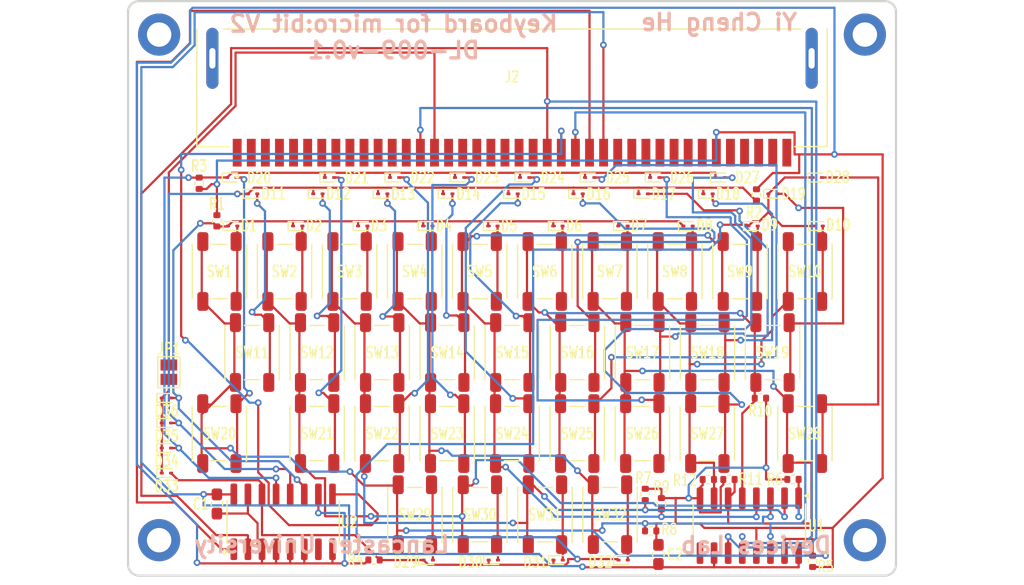
<source format=kicad_pcb>
(kicad_pcb (version 20240108) (generator "pcbnew") (generator_version "8.0")
  (title_block (title "Micro:bit Keyboard"))
  (layers (0 "F.Cu" signal) (31 "B.Cu" signal) (34 "B.Paste" user) (35 "F.Paste" user) (36 "B.SilkS" user "B.Silkscreen") (37 "F.SilkS" user "F.Silkscreen") (38 "B.Mask" user) (39 "F.Mask" user) (44 "Edge.Cuts" user))
  (net 0 "")
  (net 1 "+3.3V")
  (net 2 "GND")
  (net 3 "ROW1")
  (net 4 "Net-(D2-A)")
  (net 5 "Net-(D3-A)")
  (net 6 "Net-(D4-A)")
  (net 7 "Net-(D5-A)")
  (net 8 "Net-(D6-A)")
  (net 9 "Net-(D7-A)")
  (net 10 "Net-(D8-A)")
  (net 11 "Net-(D9-A)")
  (net 12 "ROW4")
  (net 13 "Net-(D10-A)")
  (net 14 "Net-(D11-A)")
  (net 15 "ROW2")
  (net 16 "Net-(D12-A)")
  (net 17 "Net-(D13-A)")
  (net 18 "Net-(D14-A)")
  (net 19 "Net-(D15-A)")
  (net 20 "Net-(D16-A)")
  (net 21 "Net-(D17-A)")
  (net 22 "Net-(D18-A)")
  (net 23 "Net-(D19-A)")
  (net 24 "Net-(D20-A)")
  (net 25 "ROW3")
  (net 26 "Net-(D21-A)")
  (net 27 "Net-(D22-A)")
  (net 28 "Net-(D23-A)")
  (net 29 "Net-(D24-A)")
  (net 30 "Net-(D25-A)")
  (net 31 "Net-(D26-A)")
  (net 32 "Net-(D27-A)")
  (net 33 "Net-(D28-A)")
  (net 34 "Net-(D29-A)")
  (net 35 "Net-(D30-A)")
  (net 36 "Net-(D31-A)")
  (net 37 "Net-(D32-A)")
  (net 38 "Net-(D33-K)")
  (net 40 "GPIO1")
  (net 50 "SPI_EXT_SCK")
  (net 53 "SPI_EXT_MISO")
  (net 60 "GPIO2")
  (net 63 "SPI_EXT_MOSI")
  (net 68 "GPIO3")
  (net 79 "COL1")
  (net 80 "COL2")
  (net 81 "COL3")
  (net 82 "COL4")
  (net 83 "COL5")
  (net 84 "COL6")
  (net 85 "COL7")
  (net 86 "COL8")
  (net 89 "Net-(D1-A)")
  (footprint "MountingHole:MountingHole_2.2mm_M2_DIN965_Pad" (layer "F.Cu") (at 68.2 46.2)
    (property "Reference" "REF**" (hide yes))
    (property "Value" "MountingHole_2.2mm_M2_DIN965_Pad")
  )
  (footprint "Resistor_SMD:R_0402_1005Metric" (layer "F.Cu") (at 87.566504 93.583828 180)
    (property "Reference" "R4")
    (property "Value" "10KΩ")
  )
  (footprint "Diode_SMD:D_SOD-923" (layer "F.Cu") (at 92.413488 63.463828)
    (property "Reference" "D4")
    (property "Value" "L1SS400CST5G")
  )
  (footprint "Package_SO:SOIC-16_3.9x9.9mm_P1.27mm" (layer "F.Cu") (at 121.385 90.49196 -90)
    (property "Reference" "U1")
    (property "Value" "74HC595")
  )
  (footprint "300Project:KH-4.5X4.5X8H-STM" (layer "F.Cu") (at 73.628672 82.1875 90)
    (property "Reference" "SW20")
    (property "Value" "Shift")
  )
  (footprint "300Project:KH-4.5X4.5X8H-STM" (layer "F.Cu") (at 97.088672 67.5675 90)
    (property "Reference" "SW5")
    (property "Value" "T")
  )
  (footprint "300Project:KH-4.5X4.5X8H-STM" (layer "F.Cu") (at 117.603008 82.1875 90)
    (property "Reference" "SW27")
    (property "Value" "M")
  )
  (footprint "Resistor_SMD:R_0402_1005Metric" (layer "F.Cu") (at 125.32 86.31696 180)
    (property "Reference" "R6")
    (property "Value" "10KΩ")
  )
  (footprint "300Project:KH-4.5X4.5X8H-STM" (layer "F.Cu") (at 91.245664 89.4975 90)
    (property "Reference" "SW29")
    (property "Value" "Input Mode")
  )
  (footprint "Diode_SMD:D_SOD-923" (layer "F.Cu") (at 76.625156 60.56)
    (property "Reference" "D11")
    (property "Value" "L1SS400CST5G")
  )
  (footprint "300Project:KH-4.5X4.5X8H-STM" (layer "F.Cu") (at 105.878672 82.1875 90)
    (property "Reference" "SW25")
    (property "Value" "B")
  )
  (footprint "Resistor_SMD:R_0402_1005Metric" (layer "F.Cu") (at 119.55 86.32696 180)
    (property "Reference" "R11")
    (property "Value" "10KΩ")
  )
  (footprint "Diode_SMD:D_SOD-923" (layer "F.Cu") (at 68.856504 81.23)
    (property "Reference" "D35")
    (property "Value" "L1SS400CST5G")
  )
  (footprint "Diode_SMD:D_SOD-923" (layer "F.Cu") (at 98.275656 63.463828)
    (property "Reference" "D5")
    (property "Value" "L1SS400CST5G")
  )
  (footprint "Diode_SMD:D_SOD-923" (layer "F.Cu") (at 68.856504 85.75)
    (property "Reference" "D33")
    (property "Value" "L1SS400CST5G")
  )
  (footprint "Diode_SMD:D_SOD-923" (layer "F.Cu") (at 123.5225 60.56)
    (property "Reference" "D19")
    (property "Value" "L1SS400CST5G")
  )
  (footprint "Diode_SMD:D_SOD-923" (layer "F.Cu") (at 104.137824 63.463828)
    (property "Reference" "D6")
    (property "Value" "L1SS400CST5G")
  )
  (footprint "300Project:KH-4.5X4.5X8H-STM" (layer "F.Cu") (at 97.107832 89.4975 90)
    (property "Reference" "SW30")
    (property "Value" "Space")
  )
  (footprint "Diode_SMD:D_SOD-923" (layer "F.Cu") (at 82.509824 60.56)
    (property "Reference" "D12")
    (property "Value" "L1SS400CST5G")
  )
  (footprint "300Project:KH-4.5X4.5X8H-STM" (layer "F.Cu") (at 111.752168 74.8775 90)
    (property "Reference" "SW17")
    (property "Value" "J")
  )
  (footprint "300Project:KH-4.5X4.5X8H-STM" (layer "F.Cu") (at 108.832168 89.4975 90)
    (property "Reference" "SW32")
    (property "Value" "Enter")
  )
  (footprint "MountingHole:MountingHole_2.2mm_M2_DIN965_Pad" (layer "F.Cu") (at 131.8 46.2)
    (property "Reference" "REF**" (hide yes))
    (property "Value" "MountingHole_2.2mm_M2_DIN965_Pad")
  )
  (footprint "300Project:KH-4.5X4.5X8H-STM" (layer "F.Cu") (at 126.388192 82.1875 90)
    (property "Reference" "SW28")
    (property "Value" "Backspace")
  )
  (footprint "Diode_SMD:D_SOD-923" (layer "F.Cu") (at 80.689152 63.463828)
    (property "Reference" "D2")
    (property "Value" "L1SS400CST5G")
  )
  (footprint "300Project:KH-4.5X4.5X8H-STM" (layer "F.Cu") (at 102.97 89.4975 90)
    (property "Reference" "SW31")
    (property "Value" ".")
  )
  (footprint "MountingHole:MountingHole_2.2mm_M2_DIN965_Pad" (layer "F.Cu") (at 131.8 91.8)
    (property "Reference" "REF**" (hide yes))
    (property "Value" "MountingHole_2.2mm_M2_DIN965_Pad")
  )
  (footprint "Diode_SMD:D_SOD-923" (layer "F.Cu") (at 127.5125 59.09)
    (property "Reference" "D28")
    (property "Value" "L1SS400CST5G")
  )
  (footprint "Resistor_SMD:R_0402_1005Metric" (layer "F.Cu") (at 127.09 93.70696 -90)
    (property "Reference" "R5")
    (property "Value" "10KΩ")
  )
  (footprint "Diode_SMD:D_SOD-923" (layer "F.Cu") (at 74.826984 63.463828)
    (property "Reference" "D1")
    (property "Value" "L1SS400CST5G")
  )
  (footprint "Diode_SMD:D_SOD-923" (layer "F.Cu") (at 109.999992 63.463828)
    (property "Reference" "D7")
    (property "Value" "L1SS400CST5G")
  )
  (footprint "Diode_SMD:D_SOD-923" (layer "F.Cu") (at 83.554308 59.09)
    (property "Reference" "D21")
    (property "Value" "L1SS400CST5G")
  )
  (footprint "300Project:KH-4.5X4.5X8H-STM" (layer "F.Cu") (at 126.39952 67.5675 90)
    (property "Reference" "SW10")
    (property "Value" "P")
  )
  (footprint "Diode_SMD:D_SOD-923" (layer "F.Cu") (at 127.586504 63.463828)
    (property "Reference" "D10")
    (property "Value" "L1SS400CST5G")
  )
  (footprint "Diode_SMD:D_SOD-923" (layer "F.Cu") (at 104.154336 93.593828)
    (property "Reference" "D31")
    (property "Value" "L1SS400CST5G")
  )
  (footprint "300Project:KH-4.5X4.5X8H-STM" (layer "F.Cu") (at 85.364336 67.5675 90)
    (property "Reference" "SW3")
    (property "Value" "E")
  )
  (footprint "300Project:KH-4.5X4.5X8H-STM" (layer "F.Cu") (at 111.74084 82.1875 90)
    (property "Reference" "SW26")
    (property "Value" "N")
  )
  (footprint "Resistor_SMD:R_0402_1005Metric" (layer "F.Cu") (at 73.406504 62.993828 90)
    (property "Reference" "R1")
    (property "Value" "10KΩ")
  )
  (footprint "300Project:KH-4.5X4.5X8H-STM" (layer "F.Cu") (at 105.89 74.8775 90)
    (property "Reference" "SW16")
    (property "Value" "H")
  )
  (footprint "300Project:KH-4.5X4.5X8H-STM" (layer "F.Cu") (at 91.226504 67.5675 90)
    (property "Reference" "SW4")
    (property "Value" "R")
  )
  (footprint "Diode_SMD:D_SOD-923" (layer "F.Cu") (at 112.865148 59.09)
    (property "Reference" "D26")
    (property "Value" "L1SS400CST5G")
  )
  (footprint "300Project:KH-4.5X4.5X8H-STM" (layer "F.Cu") (at 82.44 82.183828 90)
    (property "Reference" "SW21")
    (property "Value" "Z")
  )
  (footprint "Package_SO:SOIC-16_3.9x9.9mm_P1.27mm" (layer "F.Cu") (at 79.376504 90.143828 90)
    (property "Reference" "U2")
    (property "Value" "74HC165")
  )
  (footprint "Diode_SMD:D_SOD-923" (layer "F.Cu") (at 111.820664 60.56)
    (property "Reference" "D17")
    (property "Value" "L1SS400CST5G")
  )
  (footprint "300Project:KH-4.5X4.5X8H-STM" (layer "F.Cu") (at 114.675176 67.5675 90)
    (property "Reference" "SW8")
    (property "Value" "I")
  )
  (footprint "Resistor_SMD:R_0402_1005Metric" (layer "F.Cu") (at 122.03 60.66 90)
    (property "Reference" "R2")
    (property "Value" "10KΩ")
  )
  (footprint "300Project:KH-4.5X4.5X8H-STM" (layer "F.Cu") (at 102.95084 67.5675 90)
    (property "Reference" "SW6")
    (property "Value" "Y")
  )
  (footprint "300Project:KH-4.5X4.5X8H-STM" (layer "F.Cu") (at 108.813008 67.5675 90)
    (property "Reference" "SW7")
    (property "Value" "U")
  )
  (footprint "Jumper:SolderJumper-2_P1.3mm_Open_Pad1.0x1.5mm" (layer "F.Cu") (at 69.076504 76.65 -90)
    (property "Reference" "JP1")
    (property "Value" "SolderJumper_2_Open")
  )
  (footprint "Diode_SMD:D_SOD-923" (layer "F.Cu") (at 74.75298 59.09)
    (property "Reference" "D20")
    (property "Value" "L1SS400CST5G")
  )
  (footprint "Diode_SMD:D_SOD-923" (layer "F.Cu") (at 68.856504 78.97)
    (property "Reference" "D36")
    (property "Value" "L1SS400CST5G")
  )
  (footprint "Diode_SMD:D_SOD-923" (layer "F.Cu") (at 95.278644 59.09)
    (property "Reference" "D23")
    (property "Value" "L1SS400CST5G")
  )
  (footprint "300Project:DONGGUAN_MIC127-140-001" (layer "F.Cu") (at 100 50)
    (property "Reference" "J2")
    (property "Value" "MIC127-140-001")
  )
  (footprint "300Project:KH-4.5X4.5X8H-STM" (layer "F.Cu") (at 82.44 74.8775 90)
    (property "Reference" "SW12")
    (property "Value" "S")
  )
  (footprint "Diode_SMD:D_SOD-923" (layer "F.Cu") (at 68.856504 83.49)
    (property "Reference" "D34")
    (property "Value" "L1SS400CST5G")
  )
  (footprint "300Project:KH-4.5X4.5X8H-STM" (layer "F.Cu") (at 123.476504 74.8775 90)
    (property "Reference" "SW19")
    (property "Value" "L")
  )
  (footprint "300Project:KH-4.5X4.5X8H-STM" (layer "F.Cu") (at 100.016504 82.1875 90)
    (property "Reference" "SW24")
    (property "Value" "V")
  )
  (footprint "Capacitor_SMD:C_0603_1608Metric_Pad1.08x0.95mm_HandSolder" (layer "F.Cu") (at 73.406504 88.533828 -90)
    (property "Reference" "C1")
    (property "Value" "1uF")
  )
  (footprint "Diode_SMD:D_SOD-923" (layer "F.Cu") (at 110.016504 93.593828)
    (property "Reference" "D32")
    (property "Value" "L1SS400CST5G")
  )
  (footprint "300Project:KH-4.5X4.5X8H-STM" (layer "F.Cu") (at 73.64 67.5675 90)
    (property "Reference" "SW1")
    (property "Value" "Q")
  )
  (footprint "300Project:KH-4.5X4.5X8H-STM" (layer "F.Cu") (at 79.502168 67.5675 90)
    (property "Reference" "SW2")
    (property "Value" "W")
  )
  (footprint "Resistor_SMD:R_0402_1005Metric" (layer "F.Cu") (at 122.386504 78.993828)
    (property "Reference" "R10")
    (property "Value" "10KΩ")
  )
  (footprint "Diode_SMD:D_SOD-923" (layer "F.Cu") (at 100.096328 60.56)
    (property "Reference" "D15")
    (property "Value" "L1SS400CST5G")
  )
  (footprint "Diode_SMD:D_SOD-923" (layer "F.Cu") (at 115.86216 63.463828)
    (property "Reference" "D8")
    (property "Value" "L1SS400CST5G")
  )
  (footprint "300Project:KH-4.5X4.5X8H-STM" (layer "F.Cu") (at 88.303496 74.8775 90)
    (property "Reference" "SW13")
    (property "Value" "D")
  )
  (footprint "Diode_SMD:D_SOD-923" (layer "F.Cu") (at 101.140812 59.09)
    (property "Reference" "D24")
    (property "Value" "L1SS400CST5G")
  )
  (footprint "Diode_SMD:D_SOD-923" (layer "F.Cu") (at 107.00298 59.09)
    (property "Reference" "D25")
    (property "Value" "L1SS400CST5G")
  )
  (footprint "300Project:KH-4.5X4.5X8H-STM" (layer "F.Cu") (at 88.292168 82.1875 90)
    (property "Reference" "SW22")
    (property "Value" "X")
  )
  (footprint "300Project:KH-4.5X4.5X8H-STM" (layer "F.Cu") (at 94.154336 82.1875 90)
    (property "Reference" "SW23")
    (property "Value" "C")
  )
  (footprint "Resistor_SMD:R_0402_1005Metric" (layer "F.Cu") (at 117.69 86.324597 180)
    (property "Reference" "R12")
    (property "Value" "10KΩ")
  )
  (footprint "Diode_SMD:D_SOD-923" (layer "F.Cu") (at 118.749816 59.09)
    (property "Reference" "D27")
    (property "Value" "L1SS400CST5G")
  )
  (footprint "300Project:KH-4.5X4.5X8H-STM" (layer "F.Cu") (at 94.165664 74.8775 90)
    (property "Reference" "SW14")
    (property "Value" "F")
  )
  (footprint "Diode_SMD:D_SOD-923" (layer "F.Cu") (at 92.4525 93.593828)
    (property "Reference" "D29")
    (property "Value" "L1SS400CST5G")
  )
  (footprint "Resistor_SMD:R_0402_1005Metric" (layer "F.Cu") (at 112.006504 87.673828 90)
    (property "Reference" "R7")
    (property "Value" "10KΩ")
  )
  (footprint "Diode_SMD:D_SOD-923" (layer "F.Cu") (at 86.55132 63.463828)
    (property "Reference" "D3")
    (property "Value" "L1SS400CST5G")
  )
  (footprint "Resistor_SMD:R_0402_1005Metric" (layer "F.Cu") (at 113.466504 88.513828 90)
    (property "Reference" "R9")
    (property "Value" "10KΩ")
  )
  (footprint "Diode_SMD:D_SOD-923" (layer "F.Cu") (at 88.349492 60.56)
    (property "Reference" "D13")
    (property "Value" "L1SS400CST5G")
  )
  (footprint "Resistor_SMD:R_0402_1005Metric" (layer "F.Cu") (at 71.81 59.61 -90)
    (property "Reference" "R3")
    (property "Value" "10KΩ")
  )
  (footprint "300Project:KH-4.5X4.5X8H-STM" (layer "F.Cu") (at 120.537344 67.5675 90)
    (property "Reference" "SW9")
    (property "Value" "O")
  )
  (footprint "Diode_SMD:D_SOD-923" (layer "F.Cu") (at 98.314668 93.593828)
    (property "Reference" "D30")
    (property "Value" "L1SS400CST5G")
  )
  (footprint "Diode_SMD:D_SOD-923" (layer "F.Cu") (at 94.21166 60.56)
    (property "Reference" "D14")
    (property "Value" "L1SS400CST5G")
  )
  (footprint "Diode_SMD:D_SOD-923" (layer "F.Cu") (at 117.660332 60.56)
    (property "Reference" "D18")
    (property "Value" "L1SS400CST5G")
  )
  (footprint "300Project:KH-4.5X4.5X8H-STM" (layer "F.Cu") (at 76.57916 74.8775 90)
    (property "Reference" "SW11")
    (property "Value" "A")
  )
  (footprint "300Project:KH-4.5X4.5X8H-STM" (layer "F.Cu") (at 117.614336 74.8775 90)
    (property "Reference" "SW18")
    (property "Value" "K")
  )
  (footprint "300Project:KH-4.5X4.5X8H-STM" (layer "F.Cu") (at 100.027832 74.8775 90)
    (property "Reference" "SW15")
    (property "Value" "G")
  )
  (footprint "Diode_SMD:D_SOD-923" (layer "F.Cu") (at 121.724328 63.463828)
    (property "Reference" "D9")
    (property "Value" "L1SS400CST5G")
  )
  (footprint "Diode_SMD:D_SOD-923" (layer "F.Cu") (at 89.416476 59.09)
    (property "Reference" "D22")
    (property "Value" "L1SS400CST5G")
  )
  (footprint "Capacitor_SMD:C_0603_1608Metric_Pad1.08x0.95mm_HandSolder" (layer "F.Cu") (at 113.196504 93.083828 90)
    (property "Reference" "C2")
    (property "Value" "1uF")
  )
  (footprint "MountingHole:MountingHole_2.2mm_M2_DIN965_Pad" (layer "F.Cu") (at 68.2 91.8)
    (property "Reference" "REF**" (hide yes))
    (property "Value" "MountingHole_2.2mm_M2_DIN965_Pad")
  )
  (footprint "Resistor_SMD:R_0402_1005Metric" (layer "F.Cu") (at 112.496504 90.963828)
    (property "Reference" "R8")
    (property "Value" "10KΩ")
  )
  (footprint "Diode_SMD:D_SOD-923" (layer "F.Cu") (at 105.958496 60.56)
    (property "Reference" "D16")
    (property "Value" "L1SS400CST5G")
  )
  (gr_line (start 134.6 44) (end 134.6 94.0075) (stroke (width 0.2)) (layer "Edge.Cuts"))
  (gr_line (start 65.399999 94.0075) (end 65.4 44) (stroke (width 0.2)) (layer "Edge.Cuts"))
  (gr_arc (start 66.392528 94.999995) (mid 65.690239 94.704475) (end 65.399977 93.999996) (stroke (width 0.2)) (layer "Edge.Cuts"))
  (gr_arc (start 65.399998 44) (mid 65.75346 43.411357) (end 66.399997 43.180197) (stroke (width 0.2)) (layer "Edge.Cuts"))
  (gr_line (start 66.399997 43.180197) (end 133.599996 43.180197) (stroke (width 0.2)) (layer "Edge.Cuts"))
  (gr_arc (start 133.599996 43.183245) (mid 134.245584 43.413378) (end 134.599995 44) (stroke (width 0.2)) (layer "Edge.Cuts"))
  (gr_line (start 133.599996 95.000051) (end 66.399996 95.000051) (stroke (width 0.2)) (layer "Edge.Cuts"))
  (gr_arc (start 134.599995 94.0075) (mid 134.304475 94.709789) (end 133.599996 95.000051) (stroke (width 0.2)) (layer "Edge.Cuts"))
  (gr_text "Lancaster University" (at 94.52 93.07 0) (layer "B.SilkS") (effects (font (size 1.5 1.5) (thickness 0.3) (bold yes)) (justify left bottom mirror)))
  (gr_text "Yi Cheng He" (at 125.85 45.96 0) (layer "B.SilkS") (effects (font (size 1.5 1.5) (thickness 0.3) (bold yes)) (justify left bottom mirror)))
  (gr_text "Keyboard for micro:bit V2\nDL-009-v0.1" (at 89.33 48.5 0) (layer "B.SilkS") (effects (font (size 1.5 1.5) (thickness 0.3) (bold yes)) (justify bottom mirror)))
  (gr_text "Devices Lab" (at 128.94 93.14 0) (layer "B.SilkS") (effects (font (size 1.5 1.5) (thickness 0.3) (bold yes)) (justify left bottom mirror)))
  (segment (start 118.21 94.24196) (end 118.21 92.96696) (width 0.2) (layer "F.Cu") (net 1))
  (segment (start 125.825 94.24196) (end 118.21 94.24196) (width 0.2) (layer "F.Cu") (net 1))
  (segment (start 108.236504 47.133828) (end 108.236504 56.831504) (width 0.2) (layer "F.Cu") (net 1))
  (segment (start 106.568855 94.200051) (end 106.597632 94.228828) (width 0.2) (layer "F.Cu") (net 1))
  (segment (start 125.83 92.96696) (end 125.83 94.23696) (width 0.2) (layer "F.Cu") (net 1))
  (segment (start 125.83 94.23696) (end 125.825 94.24196) (width 0.2) (layer "F.Cu") (net 1))
  (segment (start 72.206504 87.663828) (end 73.399004 87.663828) (width 0.2) (layer "F.Cu") (net 1))
  (segment (start 106.35 94.200051) (end 106.391909 94.24196) (width 0.2) (layer "F.Cu") (net 1))
  (segment (start 73.399004 87.663828) (end 73.406504 87.671328) (width 0.2) (layer "F.Cu") (net 1))
  (segment (start 106.391909 94.24196) (end 118.21 94.24196) (width 0.2) (layer "F.Cu") (net 1))
  (segment (start 74.929004 87.671328) (end 74.931504 87.668828) (width 0.2) (layer "F.Cu") (net 1))
  (segment (start 108.236504 56.831504) (end 108.255 56.85) (width 0.2) (layer "F.Cu") (net 1))
  (segment (start 106.35 94.200051) (end 106.568855 94.200051) (width 0.2) (layer "F.Cu") (net 1))
  (segment (start 73.406504 87.671328) (end 74.929004 87.671328) (width 0.2) (layer "F.Cu") (net 1))
  (via (at 108.236504 47.133828) (size 0.6) (drill 0.3) (layers "F.Cu" "B.Cu") (net 1))
  (via (at 72.206504 87.663828) (size 0.6) (drill 0.3) (layers "F.Cu" "B.Cu") (net 1))
  (via (at 106.35 94.200051) (size 0.6) (drill 0.3) (layers "F.Cu" "B.Cu") (net 1))
  (segment (start 85.316504 93.043828) (end 85.316504 88.663828) (width 0.2) (layer "B.Cu") (net 1))
  (segment (start 108.236504 44.180197) (end 71.4 44.180197) (width 0.2) (layer "B.Cu") (net 1))
  (segment (start 71.4 47.165686) (end 69.435051 49.130635) (width 0.2) (layer "B.Cu") (net 1))
  (segment (start 69.463828 87.663828) (end 72.206504 87.663828) (width 0.2) (layer "B.Cu") (net 1))
  (segment (start 106.35 94.200051) (end 106.287574 94.137625) (width 0.2) (layer "B.Cu") (net 1))
  (segment (start 69.435051 49.130635) (end 66.6 49.130635) (width 0.2) (layer "B.Cu") (net 1))
  (segment (start 103.541772 94.137625) (end 102.447975 93.043828) (width 0.2) (layer "B.Cu") (net 1))
  (segment (start 66.6 84.8) (end 69.463828 87.663828) (width 0.2) (layer "B.Cu") (net 1))
  (segment (start 71.4 44.180197) (end 71.4 47.165686) (width 0.2) (layer "B.Cu") (net 1))
  (segment (start 108.236504 47.133828) (end 108.236504 44.180197) (width 0.2) (layer "B.Cu") (net 1))
  (segment (start 85.316504 88.663828) (end 72.206504 88.663828) (width 0.2) (layer "B.Cu") (net 1))
  (segment (start 102.447975 93.043828) (end 85.316504 93.043828) (width 0.2) (layer "B.Cu") (net 1))
  (segment (start 106.287574 94.137625) (end 103.541772 94.137625) (width 0.2) (layer "B.Cu") (net 1))
  (segment (start 66.6 49.130635) (end 66.6 84.8) (width 0.2) (layer "B.Cu") (net 1))
  (segment (start 72.206504 88.663828) (end 72.206504 87.663828) (width 0.2) (layer "B.Cu") (net 1))
  (segment (start 122.03 60.15) (end 123.5 58.68) (width 0.2) (layer "F.Cu") (net 2))
  (segment (start 73.41 59.69) (end 72.91 59.69) (width 0.2) (layer "F.Cu") (net 2))
  (segment (start 78.741504 93.888828) (end 78.746504 93.893828) (width 0.2) (layer "F.Cu") (net 2))
  (segment (start 122.91696 86.31696) (end 124.81 86.31696) (width 0.2) (layer "F.Cu") (net 2))
  (segment (start 118.81 89.29196) (end 116.94 89.29196) (width 0.2) (layer "F.Cu") (net 2))
  (segment (start 80.011504 92.618828) (end 80.011504 93.888828) (width 0.2) (layer "F.Cu") (net 2))
  (segment (start 80.016504 93.893828) (end 81.286504 93.893828) (width 0.2) (layer "F.Cu") (net 2))
  (segment (start 71.686504 93.893828) (end 71.616504 93.823828) (width 0.2) (layer "F.Cu") (net 2))
  (segment (start 115.92 88.01696) (end 115.906868 88.003828) (width 0.2) (layer "F.Cu") (net 2))
  (segment (start 115.92 88.01696) (end 116.94 88.01696) (width 0.2) (layer "F.Cu") (net 2))
  (segment (start 82.551504 89.347569) (end 82.551278 89.347795) (width 0.2) (layer "F.Cu") (net 2))
  (segment (start 116.94 87.06696) (end 117.18 86.82696) (width 0.2) (layer "F.Cu") (net 2))
  (segment (start 76.201504 87.668828) (end 76.201504 89.393828) (width 0.2) (layer "F.Cu") (net 2))
  (segment (start 113.466504 88.003828) (end 114.746504 88.003828) (width 0.2) (layer "F.Cu") (net 2))
  (segment (start 113.196504 92.221328) (end 113.006504 92.031328) (width 0.2) (layer "F.Cu") (net 2))
  (segment (start 115.906868 88.003828) (end 114.746504 88.003828) (width 0.2) (layer "F.Cu") (net 2))
  (segment (start 118.81 87.01696) (end 118.81 89.29196) (width 0.2) (layer "F.Cu") (net 2))
  (segment (start 117.18 86.82696) (end 117.18 86.324597) (width 0.2) (layer "F.Cu") (net 2))
  (segment (start 118.41 55.01) (end 118.415 55.015) (width 0.2) (layer "F.Cu") (net 2))
  (segment (start 128.906504 90.683828) (end 128.893372 90.69696) (width 0.2) (layer "F.Cu") (net 2))
  (segment (start 83.821504 93.893828) (end 83.821504 92.618828) (width 0.2) (layer "F.Cu") (net 2))
  (segment (start 128.906504 90.683828) (end 133.4 86.190332) (width 0.2) (layer "F.Cu") (net 2))
  (segment (start 133.4 57.003828) (end 129.06 57.003828) (width 0.2) (layer "F.Cu") (net 2))
  (segment (start 114.746504 90.293828) (end 114.759636 90.30696) (width 0.2) (layer "F.Cu") (net 2))
  (segment (start 84.916504 93.893828) (end 83.821504 93.893828) (width 0.2) (layer "F.Cu") (net 2))
  (segment (start 73.41 59.69) (end 73.406504 59.693496) (width 0.2) (layer "F.Cu") (net 2))
  (segment (start 118.415 55.015) (end 118.415 56.85) (width 0.2) (layer "F.Cu") (net 2))
  (segment (start 117.33 90.69696) (end 116.94 90.30696) (width 0.2) (layer "F.Cu") (net 2))
  (segment (start 77.471504 93.893828) (end 71.686504 93.893828) (width 0.2) (layer "F.Cu") (net 2))
  (segment (start 128.906504 94.21696) (end 128.906504 90.683828) (width 0.2) (layer "F.Cu") (net 2))
  (segment (start 127.09 94.21696) (end 128.906504 94.21696) (width 0.2) (layer "F.Cu") (net 2))
  (segment (start 87.056504 93.583828) (end 86.746504 93.893828) (width 0.2) (layer "F.Cu") (net 2))
  (segment (start 72.91 59.69) (end 72.48 60.12) (width 0.2) (layer "F.Cu") (net 2))
  (segment (start 113.006504 90.963828) (end 113.006504 90.293828) (width 0.2) (layer "F.Cu") (net 2))
  (segment (start 123.5 58.68) (end 125.88 58.68) (width 0.2) (layer "F.Cu") (net 2))
  (segment (start 81.286504 93.893828) (end 83.821504 93.893828) (width 0.2) (layer "F.Cu") (net 2))
  (segment (start 76.201504 89.393828) (end 76.199004 89.396328) (width 0.2) (layer "F.Cu") (net 2))
  (segment (start 133.4 86.190332) (end 133.4 57.003828) (width 0.2) (layer "F.Cu") (net 2))
  (segment (start 119.04 86.78696) (end 118.81 87.01696) (width 0.2) (layer "F.Cu") (net 2))
  (segment (start 77.471504 92.618828) (end 77.071504 92.218828) (width 0.2) (layer "F.Cu") (net 2))
  (segment (start 78.741504 92.618828) (end 78.741504 93.888828) (width 0.2) (layer "F.Cu") (net 2))
  (segment (start 78.746504 93.893828) (end 80.016504 93.893828) (width 0.2) (layer "F.Cu") (net 2))
  (segment (start 122.02 90.69696) (end 117.33 90.69696) (width 0.2) (layer "F.Cu") (net 2))
  (segment (start 122.896504 85.26) (end 122.896504 86.296504) (width 0.2) (layer "F.Cu") (net 2))
  (segment (start 86.746504 93.893828) (end 84.916504 93.893828) (width 0.2) (layer "F.Cu") (net 2))
  (segment (start 116.94 89.29196) (end 116.94 88.01696) (width 0.2) (layer "F.Cu") (net 2))
  (segment (start 122.02 92.96696) (end 122.02 90.69696) (width 0.2) (layer "F.Cu") (net 2))
  (segment (start 77.071504 90.268828) (end 76.199004 89.396328) (width 0.2) (layer "F.Cu") (net 2))
  (segment (start 77.471504 92.618828) (end 77.471504 93.893828) (width 0.2) (layer "F.Cu") (net 2))
  (segment (start 122.896504 85.086504) (end 122.896504 85.26) (width 0.2) (layer "F.Cu") (net 2))
  (segment (start 81.281504 92.618828) (end 81.281504 93.888828) (width 0.2) (layer "F.Cu") (net 2))
  (segment (start 128.893372 90.69696) (end 122.02 90.69696) (width 0.2) (layer "F.Cu") (net 2))
  (segment (start 125.465 55.01) (end 118.41 55.01) (width 0.2) (layer "F.Cu") (net 2))
  (segment (start 73.406504 59.693496) (end 73.406504 62.483828) (width 0.2) (layer "F.Cu") (net 2))
  (segment (start 76.199004 89.396328) (end 73.406504 89.396328) (width 0.2) (layer "F.Cu") (net 2))
  (segment (start 113.006504 92.031328) (end 113.006504 90.963828) (width 0.2) (layer "F.Cu") (net 2))
  (segment (start 114.746504 90.293828) (end 114.746504 88.003828) (width 0.2) (layer "F.Cu") (net 2))
  (segment (start 113.006504 90.293828) (end 114.746504 90.293828) (width 0.2) (layer "F.Cu") (net 2))
  (segment (start 113.466504 87.193828) (end 113.466504 88.003828) (width 0.2) (layer "F.Cu") (net 2))
  (segment (start 125.88 58.68) (end 125.88 57.003828) (width 0.2) (layer "F.Cu") (net 2))
  (segment (start 129.06 57.003828) (end 125.465 57.003828) (width 0.2) (layer "F.Cu") (net 2))
  (segment (start 122.896504 78.993828) (end 122.896504 85.086504) (width 0.2) (layer "F.Cu") (net 2))
  (segment (start 119.04 86.32696) (end 119.04 86.78696) (width 0.2) (layer "F.Cu") (net 2))
  (segment (start 114.759636 90.30696) (end 116.94 90.30696) (width 0.2) (layer "F.Cu") (net 2))
  (segment (start 125.465 57.003828) (end 125.465 55.01) (width 0.2) (layer "F.Cu") (net 2))
  (segment (start 80.011504 93.888828) (end 80.016504 93.893828) (width 0.2) (layer "F.Cu") (net 2))
  (segment (start 113.436504 87.163828) (end 113.466504 87.193828) (width 0.2) (layer "F.Cu") (net 2))
  (segment (start 122.896504 86.296504) (end 122.91696 86.31696) (width 0.2) (layer "F.Cu") (net 2))
  (segment (start 77.071504 92.218828) (end 77.071504 90.268828) (width 0.2) (layer "F.Cu") (net 2))
  (segment (start 82.551504 87.668828) (end 82.551504 89.347569) (width 0.2) (layer "F.Cu") (net 2))
  (segment (start 112.006504 87.163828) (end 113.436504 87.163828) (width 0.2) (layer "F.Cu") (net 2))
  (segment (start 77.471504 93.893828) (end 78.746504 93.893828) (width 0.2) (layer "F.Cu") (net 2))
  (segment (start 81.281504 93.888828) (end 81.286504 93.893828) (width 0.2) (layer "F.Cu") (net 2))
  (segment (start 72.48 60.12) (end 71.81 60.12) (width 0.2) (layer "F.Cu") (net 2))
  (via (at 71.616504 93.823828) (size 0.6) (drill 0.3) (layers "F.Cu" "B.Cu") (net 2))
  (via (at 122.896504 85.26) (size 0.6) (drill 0.3) (layers "F.Cu" "B.Cu") (net 2))
  (via (at 115.92 88.01696) (size 0.6) (drill 0.3) (layers "F.Cu" "B.Cu") (net 2))
  (via (at 129.06 57.003828) (size 0.6) (drill 0.3) (layers "F.Cu" "B.Cu") (net 2))
  (via (at 82.551278 89.347795) (size 0.6) (drill 0.3) (layers "F.Cu" "B.Cu") (net 2))
  (via (at 73.41 59.69) (size 0.6) (drill 0.3) (layers "F.Cu" "B.Cu") (net 2))
  (via (at 118.41 55.01) (size 0.6) (drill 0.3) (layers "F.Cu" "B.Cu") (net 2))
  (via (at 84.916504 93.893828) (size 0.6) (drill 0.3) (layers "F.Cu" "B.Cu") (net 2))
  (segment (start 66.2 48.730635) (end 66.2 84.987324) (width 0.2) (layer "B.Cu") (net 2))
  (segment (start 69.269365 48.730635) (end 66.2 48.730635) (width 0.2) (layer "B.Cu") (net 2))
  (segment (start 129.06 57.003828) (end 129.06 43.780197) (width 0.2) (layer "B.Cu") (net 2))
  (segment (start 84.890471 89.347795) (end 84.916504 89.373828) (width 0.2) (layer "B.Cu") (net 2))
  (segment (start 73.41 59.69) (end 73.41 57.57) (width 0.2) (layer "B.Cu") (net 2))
  (segment (start 73.416172 57.563828) (end 118.41 57.563828) (width 0.2) (layer "B.Cu") (net 2))
  (segment (start 71 44) (end 71 47) (width 0.2) (layer "B.Cu") (net 2))
  (segment (start 73.41 57.57) (end 73.416172 57.563828) (width 0.2) (layer "B.Cu") (net 2))
  (segment (start 71.616504 90.403828) (end 71.616504 93.823828) (width 0.2) (layer "B.Cu") (net 2))
  (segment (start 118.41 57.563828) (end 118.41 55.01) (width 0.2) (layer "B.Cu") (net 2))
  (segment (start 71 47) (end 69.269365 48.730635) (width 0.2) (layer "B.Cu") (net 2))
  (segment (start 82.551278 89.347795) (end 84.890471 89.347795) (width 0.2) (layer "B.Cu") (net 2))
  (segment (start 115.92 86.823828) (end 115.92 88.01696) (width 0.2) (layer "B.Cu") (net 2))
  (segment (start 129.06 43.780197) (end 71.219803 43.780197) (width 0.2) (layer "B.Cu") (net 2))
  (segment (start 84.916504 89.373828) (end 84.916504 93.893828) (width 0.2) (layer "B.Cu") (net 2))
  (segment (start 71.219803 43.780197) (end 71 44) (width 0.2) (layer "B.Cu") (net 2))
  (segment (start 122.892676 85.263828) (end 117.48 85.263828) (width 0.2) (layer "B.Cu") (net 2))
  (segment (start 66.2 84.987324) (end 71.616504 90.403828) (width 0.2) (layer "B.Cu") (net 2))
  (segment (start 122.896504 85.26) (end 122.892676 85.263828) (width 0.2) (layer "B.Cu") (net 2))
  (segment (start 117.48 85.263828) (end 115.92 86.823828) (width 0.2) (layer "B.Cu") (net 2))
  (segment (start 74.831984 63.038828) (end 80.27 63.038828) (width 0.2) (layer "F.Cu") (net 3))
  (segment (start 91.996927 63.038828) (end 97.86 63.038828) (width 0.2) (layer "F.Cu") (net 3))
  (segment (start 69.97 78.97) (end 69.276504 78.97) (width 0.2) (layer "F.Cu") (net 3))
  (segment (start 115.01716 63.038828) (end 115.44216 63.463828) (width 0.2) (layer "F.Cu") (net 3))
  (segment (start 97.855656 63.043172) (end 97.86 63.038828) (width 0.2) (layer "F.Cu") (net 3))
  (segment (start 91.993488 63.042267) (end 91.996927 63.038828) (width 0.2) (layer "F.Cu") (net 3))
  (segment (start 97.86 63.038828) (end 103.72 63.038828) (width 0.2) (layer "F.Cu") (net 3))
  (segment (start 80.63 86.34) (end 81.281504 86.991504) (width 0.2) (layer "F.Cu") (net 3))
  (segment (start 103.717824 63.463828) (end 103.863438 63.463828) (width 0.2) (layer "F.Cu") (net 3))
  (segment (start 97.855656 63.463828) (end 97.855656 63.043172) (width 0.2) (layer "F.Cu") (net 3))
  (segment (start 103.717824 63.463828) (end 103.717824 63.041004) (width 0.2) (layer "F.Cu") (net 3))
  (segment (start 97.855656 63.463828) (end 98.00127 63.463828) (width 0.2) (layer "F.Cu") (net 3))
  (segment (start 109.58 63.038828) (end 115.01716 63.038828) (width 0.2) (layer "F.Cu") (net 3))
  (segment (start 91.993488 63.463828) (end 92.139102 63.463828) (width 0.2) (layer "F.Cu") (net 3))
  (segment (start 74.366984 63.503828) (end 74.406984 63.463828) (width 0.2) (layer "F.Cu") (net 3))
  (segment (start 81.281504 86.991504) (end 81.281504 87.668828) (width 0.2) (layer "F.Cu") (net 3))
  (segment (start 109.579992 63.038836) (end 109.58 63.038828) (width 0.2) (layer "F.Cu") (net 3))
  (segment (start 86.13132 63.039697) (end 86.132189 63.038828) (width 0.2) (layer "F.Cu") (net 3))
  (segment (start 73.406504 63.503828) (end 74.366984 63.503828) (width 0.2) (layer "F.Cu") (net 3))
  (segment (start 86.13132 63.463828) (end 86.13132 63.039697) (width 0.2) (layer "F.Cu") (net 3))
  (segment (start 73.122676 63.22) (end 73.406504 63.503828) (width 0.2) (layer "F.Cu") (net 3))
  (segment (start 80.269152 63.463828) (end 80.269152 63.039676) (width 0.2) (layer "F.Cu") (net 3))
  (segment (start 74.406984 63.463828) (end 74.831984 63.038828) (width 0.2) (layer "F.Cu") (net 3))
  (segment (start 103.72 63.038828) (end 109.58 63.038828) (width 0.2) (layer "F.Cu") (net 3))
  (segment (start 86.132189 63.038828) (end 91.996927 63.038828) (width 0.2) (layer "F.Cu") (net 3))
  (segment (start 80.27 63.038828) (end 86.132189 63.038828) (width 0.2) (layer "F.Cu") (net 3))
  (segment (start 71.91 63.22) (end 73.122676 63.22) (width 0.2) (layer "F.Cu") (net 3))
  (segment (start 91.993488 63.463828) (end 91.993488 63.042267) (width 0.2) (layer "F.Cu") (net 3))
  (segment (start 109.579992 63.463828) (end 109.579992 63.038836) (width 0.2) (layer "F.Cu") (net 3))
  (segment (start 103.717824 63.041004) (end 103.72 63.038828) (width 0.2) (layer "F.Cu") (net 3))
  (segment (start 80.269152 63.039676) (end 80.27 63.038828) (width 0.2) (layer "F.Cu") (net 3))
  (via (at 71.91 63.22) (size 0.6) (drill 0.3) (layers "F.Cu" "B.Cu") (net 3))
  (via (at 69.97 78.97) (size 0.6) (drill 0.3) (layers "F.Cu" "B.Cu") (net 3))
  (via (at 80.63 86.34) (size 0.6) (drill 0.3) (layers "F.Cu" "B.Cu") (net 3))
  (segment (start 78.963828 84.673828) (end 74.703828 84.673828) (width 0.2) (layer "B.Cu") (net 3))
  (segment (start 74.703828 84.673828) (end 69.97 79.94) (width 0.2) (layer "B.Cu") (net 3))
  (segment (start 69.48 78.48) (end 69.97 78.97) (width 0.2) (layer "B.Cu") (net 3))
  (segment (start 69.97 79.94) (end 69.97 78.97) (width 0.2) (layer "B.Cu") (net 3))
  (segment (start 71.91 63.23) (end 69.48 65.66) (width 0.2) (layer "B.Cu") (net 3))
  (segment (start 71.91 63.22) (end 71.91 63.23) (width 0.2) (layer "B.Cu") (net 3))
  (segment (start 80.63 86.34) (end 78.963828 84.673828) (width 0.2) (layer "B.Cu") (net 3))
  (segment (start 69.48 65.66) (end 69.48 78.48) (width 0.2) (layer "B.Cu") (net 3))
  (segment (start 81.102168 64.9425) (end 81.102168 63.470812) (width 0.2) (layer "F.Cu") (net 4))
  (segment (start 81.102168 70.1925) (end 81.102168 64.9425) (width 0.2) (layer "F.Cu") (net 4))
  (segment (start 81.102168 63.470812) (end 81.109152 63.463828) (width 0.2) (layer "F.Cu") (net 4))
  (segment (start 86.97132 63.463828) (end 86.97132 64.935516) (width 0.2) (layer "F.Cu") (net 5))
  (segment (start 86.964336 70.1925) (end 86.964336 64.9425) (width 0.2) (layer "F.Cu") (net 5))
  (segment (start 86.97132 64.935516) (end 86.964336 64.9425) (width 0.2) (layer "F.Cu") (net 5))
  (segment (start 92.826504 70.1925) (end 92.826504 64.9425) (width 0.2) (layer "F.Cu") (net 6))
  (segment (start 92.833488 64.935516) (end 92.826504 64.9425) (width 0.2) (layer "F.Cu") (net 6))
  (segment (start 92.833488 63.463828) (end 92.833488 64.935516) (width 0.2) (layer "F.Cu") (net 6))
  (segment (start 98.695656 63.463828) (end 98.695656 64.935516) (width 0.2) (layer "F.Cu") (net 7))
  (segment (start 98.688672 70.1925) (end 98.688672 64.9425) (width 0.2) (layer "F.Cu") (net 7))
  (segment (start 98.695656 64.935516) (end 98.688672 64.9425) (width 0.2) (layer "F.Cu") (net 7))
  (segment (start 104.55084 64.9425) (end 104.55084 63.470812) (width 0.2) (layer "F.Cu") (net 8))
  (segment (start 104.55084 70.1925) (end 104.55084 64.9425) (width 0.2) (layer "F.Cu") (net 8))
  (segment (start 104.55084 63.470812) (end 104.557824 63.463828) (width 0.2) (layer "F.Cu") (net 8))
  (segment (start 110.413008 64.9425) (end 110.413008 63.470812) (width 0.2) (layer "F.Cu") (net 9))
  (segment (start 110.413008 63.470812) (end 110.419992 63.463828) (width 0.2) (layer "F.Cu") (net 9))
  (segment (start 110.413008 70.1925) (end 110.413008 64.9425) (width 0.2) (layer "F.Cu") (net 9))
  (segment (start 116.28216 63.463828) (end 116.28216 64.935516) (width 0.2) (layer "F.Cu") (net 10))
  (segment (start 116.28216 64.935516) (end 116.275176 64.9425) (width 0.2) (layer "F.Cu") (net 10))
  (segment (start 116.275176 70.1925) (end 116.275176 64.9425) (width 0.2) (layer "F.Cu") (net 10))
  (segment (start 122.137344 64.9425) (end 122.137344 70.1925) (width 0.2) (layer "F.Cu") (net 11))
  (segment (start 122.144328 64.935516) (end 122.137344 64.9425) (width 0.2) (layer "F.Cu") (net 11))
  (segment (start 122.144328 63.463828) (end 122.144328 64.935516) (width 0.2) (layer "F.Cu") (net 11))
  (segment (start 105.896504 93.503828) (end 109.506504 93.503828) (width 0.2) (layer "F.Cu") (net 12))
  (segment (start 69.920332 86.393828) (end 77.171503 86.393828) (width 0.2) (layer "F.Cu") (net 12))
  (segment (start 92.0325 93.593828) (end 92.4575 94.018828) (width 0.2) (layer "F.Cu") (net 12))
  (segment (start 123.1025 62.22248) (end 123.1025 60.56) (width 0.2) (layer "F.Cu") (net 12))
  (segment (start 103.746504 94.018828) (end 104.843722 94.018828) (width 0.2) (layer "F.Cu") (net 12))
  (segment (start 92.4575 94.018828) (end 97.896504 94.018828) (width 0.2) (layer "F.Cu") (net 12))
  (segment (start 77.471504 91.343828) (end 85.836504 91.343828) (width 0.2) (layer "F.Cu") (net 12))
  (segment (start 85.836504 91.343828) (end 88.076504 93.583828) (width 0.2) (layer "F.Cu") (net 12))
  (segment (start 69.276504 85.75) (end 69.920332 86.393828) (width 0.2) (layer "F.Cu") (net 12))
  (segment (start 121.304328 63.463828) (end 121.729328 63.038828) (width 0.2) (layer "F.Cu") (net 12))
  (segment (start 123.103848 62.223828) (end 124.343848 63.463828) (width 0.2) (layer "F.Cu") (net 12))
  (segment (start 109.506504 93.503828) (end 109.596504 93.593828) (width 0.2) (layer "F.Cu") (net 12))
  (segment (start 121.729328 63.038828) (end 122.288848 63.038828) (width 0.2) (layer "F.Cu") (net 12))
  (segment (start 123.103848 62.223828) (end 123.1025 62.22248) (width 0.2) (layer "F.Cu") (net 12))
  (segment (start 123.1025 60.56) (end 124.5725 59.09) (width 0.2) (layer "F.Cu") (net 12))
  (segment (start 92.0325 93.593828) (end 88.086504 93.593828) (width 0.2) (layer "F.Cu") (net 12))
  (segment (start 97.894668 94.016992) (end 97.896504 94.018828) (width 0.2) (layer "F.Cu") (net 12))
  (segment (start 105.054336 93.503828) (end 105.896504 93.503828) (width 0.2) (layer "F.Cu") (net 12))
  (segment (start 88.086504 93.593828) (end 88.076504 93.583828) (width 0.2) (layer "F.Cu") (net 12))
  (segment (start 124.343848 63.463828) (end 127.166504 63.463828) (width 0.2) (layer "F.Cu") (net 12))
  (segment (start 104.843722 94.018828) (end 105.054336 93.808214) (width 0.2) (layer "F.Cu") (net 12))
  (segment (start 124.5725 59.09) (end 127.0925 59.09) (width 0.2) (layer "F.Cu") (net 12))
  (segment (start 122.288848 63.038828) (end 123.103848 62.223828) (width 0.2) (layer "F.Cu") (net 12))
  (segment (start 103.734336 94.00666) (end 103.746504 94.018828) (width 0.2) (layer "F.Cu") (net 12))
  (segment (start 77.471504 86.693829) (end 77.471504 87.668828) (width 0.2) (layer "F.Cu") (net 12))
  (segment (start 121.1905 63.35) (end 121.304328 63.463828) (width 0.2) (layer "F.Cu") (net 12))
  (segment (start 105.054336 93.808214) (end 105.054336 93.503828) (width 0.2) (layer "F.Cu") (net 12))
  (segment (start 103.734336 93.593828) (end 103.734336 94.00666) (width 0.2) (layer "F.Cu") (net 12))
  (segment (start 118.75 63.35) (end 121.1905 63.35) (width 0.2) (layer "F.Cu") (net 12))
  (segment (start 97.894668 93.593828) (end 97.894668 94.016992) (width 0.2) (layer "F.Cu") (net 12))
  (segment (start 77.171503 86.393828) (end 77.471504 86.693829) (width 0.2) (layer "F.Cu") (net 12))
  (segment (start 97.896504 94.018828) (end 103.746504 94.018828) (width 0.2) (layer "F.Cu") (net 12))
  (segment (start 77.471504 87.668828) (end 77.471504 91.343828) (width 0.2) (layer "F.Cu") (net 12))
  (via (at 105.896504 93.503828) (size 0.6) (drill 0.3) (layers "F.Cu" "B.Cu") (net 12))
  (via (at 118.75 63.35) (size 0.6) (drill 0.3) (layers "F.Cu" "B.Cu") (net 12))
  (segment (start 118.75 63.35) (end 118.75 64.604547) (width 0.2) (layer "B.Cu") (net 12))
  (segment (start 101.956504 65.593828) (end 101.904372 65.64596) (width 0.2) (layer "B.Cu") (net 12))
  (segment (start 85.996504 85.895299) (end 85.996504 91.182357) (width 0.2) (layer "B.Cu") (net 12))
  (segment (start 101.904372 65.64596) (end 101.904372 83.133828) (width 0.2) (layer "B.Cu") (net 12))
  (segment (start 118.75 64.604547) (end 117.760719 65.593828) (width 0.2) (layer "B.Cu") (net 12))
  (segment (start 117.760719 65.593828) (end 101.956504 65.593828) (width 0.2) (layer "B.Cu") (net 12))
  (segment (start 85.996504 91.182357) (end 86.347975 91.533828) (width 0.2) (layer "B.Cu") (net 12))
  (segment (start 86.347975 91.533828) (end 103.926504 91.533828) (width 0.2) (layer "B.Cu") (net 12))
  (segment (start 103.926504 91.533828) (end 105.896504 93.503828) (width 0.2) (layer "B.Cu") (net 12))
  (segment (start 88.757975 83.133828) (end 85.996504 85.895299) (width 0.2) (layer "B.Cu") (net 12))
  (segment (start 101.904372 83.133828) (end 88.757975 83.133828) (width 0.2) (layer "B.Cu") (net 12))
  (segment (start 128.006504 63.463828) (end 128.006504 64.935516) (width 0.2) (layer "F.Cu") (net 13))
  (segment (start 127.99952 64.9425) (end 127.99952 70.1925) (width 0.2) (layer "F.Cu") (net 13))
  (segment (start 128.006504 64.935516) (end 127.99952 64.9425) (width 0.2) (layer "F.Cu") (net 13))
  (segment (start 76.576504 71.223828) (end 76.816504 71.463828) (width 0.2) (layer "F.Cu") (net 14))
  (segment (start 77.04 60.565156) (end 77.045156 60.56) (width 0.2) (layer "F.Cu") (net 14))
  (segment (start 77.390488 71.463828) (end 78.17916 72.2525) (width 0.2) (layer "F.Cu") (net 14))
  (segment (start 76.816504 71.463828) (end 77.390488 71.463828) (width 0.2) (layer "F.Cu") (net 14))
  (segment (start 77.04 61.43) (end 77.04 60.565156) (width 0.2) (layer "F.Cu") (net 14))
  (segment (start 78.17916 77.5025) (end 78.17916 72.2525) (width 0.2) (layer "F.Cu") (net 14))
  (via (at 77.04 61.43) (size 0.6) (drill 0.3) (layers "F.Cu" "B.Cu") (net 14))
  (via (at 76.576504 71.223828) (size 0.6) (drill 0.3) (layers "F.Cu" "B.Cu") (net 14))
  (segment (start 77.741857 70.058475) (end 76.576504 71.223828) (width 0.2) (layer "B.Cu") (net 14))
  (segment (start 77.04 61.43) (end 77.741857 62.131857) (width 0.2) (layer "B.Cu") (net 14))
  (segment (start 77.741857 62.131857) (end 77.741857 70.058475) (width 0.2) (layer "B.Cu") (net 14))
  (segment (start 80.011504 87.668828) (end 80.011504 85.751504) (width 0.2) (layer "F.Cu") (net 15))
  (segment (start 76.755156 60.01) (end 82.1 60.01) (width 0.2) (layer "F.Cu") (net 15))
  (segment (start 120.804314 60.01) (end 121.964314 61.17) (width 0.2) (layer "F.Cu") (net 15))
  (segment (start 87.93 60.01) (end 93.79 60.01) (width 0.2) (layer "F.Cu") (net 15))
  (segment (start 99.676328 60.013672) (end 99.68 60.01) (width 0.2) (layer "F.Cu") (net 15))
  (segment (start 117.24 60.01) (end 117.24 60.559668) (width 0.2) (layer "F.Cu") (net 15))
  (segment (start 105.54 60.01) (end 111.4 60.01) (width 0.2) (layer "F.Cu") (net 15))
  (segment (start 93.79166 60.56) (end 93.79166 60.01166) (width 0.2) (layer "F.Cu") (net 15))
  (segment (start 75.252087 60.57) (end 76.195156 60.57) (width 0.2) (layer "F.Cu") (net 15))
  (segment (start 87.929492 60.010508) (end 87.93 60.01) (width 0.2) (layer "F.Cu") (net 15))
  (segment (start 76.205156 60.56) (end 76.755156 60.01) (width 0.2) (layer "F.Cu") (net 15))
  (segment (start 82.1 60.01) (end 87.93 60.01) (width 0.2) (layer "F.Cu") (net 15))
  (segment (start 79.643825 85.383825) (end 78.736504 85.383825) (width 0.2) (layer "F.Cu") (net 15))
  (segment (start 82.089824 60.020176) (end 82.1 60.01) (width 0.2) (layer "F.Cu") (net 15))
  (segment (start 69.96 81.23) (end 69.276504 81.23) (width 0.2) (layer "F.Cu") (net 15))
  (segment (start 76.195156 60.57) (end 76.205156 60.56) (width 0.2) (layer "F.Cu") (net 15))
  (segment (start 121.964314 61.17) (end 122.03 61.17) (width 0.2) (layer "F.Cu") (net 15))
  (segment (start 99.68 60.01) (end 105.54 60.01) (width 0.2) (layer "F.Cu") (net 15))
  (segment (start 93.79166 60.01166) (end 93.79 60.01) (width 0.2) (layer "F.Cu") (net 15))
  (segment (start 99.676328 60.56) (end 99.676328 60.013672) (width 0.2) (layer "F.Cu") (net 15))
  (segment (start 105.538496 60.011504) (end 105.54 60.01) (width 0.2) (layer "F.Cu") (net 15))
  (segment (start 105.538496 60.56) (end 105.538496 60.011504) (width 0.2) (layer "F.Cu") (net 15))
  (segment (start 117.24 60.559668) (end 117.240332 60.56) (width 0.2) (layer "F.Cu") (net 15))
  (segment (start 111.400664 60.010664) (end 111.4 60.01) (width 0.2) (layer "F.Cu") (net 15))
  (segment (start 87.929492 60.56) (end 87.929492 60.010508) (width 0.2) (layer "F.Cu") (net 15))
  (segment (start 111.400664 60.56) (end 111.400664 60.010664) (width 0.2) (layer "F.Cu") (net 15))
  (segment (start 111.4 60.01) (end 120.804314 60.01) (width 0.2) (layer "F.Cu") (net 15))
  (segment (start 93.79 60.01) (end 99.68 60.01) (width 0.2) (layer "F.Cu") (net 15))
  (segment (start 80.011504 85.751504) (end 79.643825 85.383825) (width 0.2) (layer "F.Cu") (net 15))
  (segment (start 82.089824 60.56) (end 82.089824 60.020176) (width 0.2) (layer "F.Cu") (net 15))
  (via (at 78.736504 85.383825) (size 0.6) (drill 0.3) (layers "F.Cu" "B.Cu") (net 15))
  (via (at 75.252087 60.57) (size 0.6) (drill 0.3) (layers "F.Cu" "B.Cu") (net 15))
  (via (at 69.96 81.23) (size 0.6) (drill 0.3) (layers "F.Cu" "B.Cu") (net 15))
  (segment (start 74.103825 85.383825) (end 69.96 81.24) (width 0.2) (layer "B.Cu") (net 15))
  (segment (start 69.08 60.57) (end 69.08 80.35) (width 0.2) (layer "B.Cu") (net 15))
  (segment (start 69.08 80.35) (end 69.96 81.23) (width 0.2) (layer "B.Cu") (net 15))
  (segment (start 75.252087 60.57) (end 69.08 60.57) (width 0.2) (layer "B.Cu") (net 15))
  (segment (start 78.736504 85.383825) (end 74.103825 85.383825) (width 0.2) (layer "B.Cu") (net 15))
  (segment (start 69.96 81.24) (end 69.96 81.23) (width 0.2) (layer "B.Cu") (net 15))
  (segment (start 83.361328 71.573828) (end 84.04 72.2525) (width 0.2) (layer "F.Cu") (net 16))
  (segment (start 82.436504 71.573828) (end 83.361328 71.573828) (width 0.2) (layer "F.Cu") (net 16))
  (segment (start 84.04 77.5025) (end 84.04 72.2525) (width 0.2) (layer "F.Cu") (net 16))
  (segment (start 82.93 60.560176) (end 82.929824 60.56) (width 0.2) (layer "F.Cu") (net 16))
  (segment (start 82.93 61.42) (end 82.93 60.560176) (width 0.2) (layer "F.Cu") (net 16))
  (via (at 82.436504 71.573828) (size 0.6) (drill 0.3) (layers "F.Cu" "B.Cu") (net 16))
  (via (at 82.93 61.42) (size 0.6) (drill 0.3) (layers "F.Cu" "B.Cu") (net 16))
  (segment (start 82.93 61.42) (end 83.58 62.07) (width 0.2) (layer "B.Cu") (net 16))
  (segment (start 83.58 70.430332) (end 82.436504 71.573828) (width 0.2) (layer "B.Cu") (net 16))
  (segment (start 83.58 62.07) (end 83.58 70.430332) (width 0.2) (layer "B.Cu") (net 16))
  (segment (start 88.77 60.560508) (end 88.769492 60.56) (width 0.2) (layer "F.Cu") (net 17))
  (segment (start 89.903496 77.5025) (end 89.903496 72.2525) (width 0.2) (layer "F.Cu") (net 17))
  (segment (start 89.274824 71.623828) (end 89.903496 72.2525) (width 0.2) (layer "F.Cu") (net 17))
  (segment (start 88.346504 71.623828) (end 89.274824 71.623828) (width 0.2) (layer "F.Cu") (net 17))
  (segment (start 88.77 61.43) (end 88.77 60.560508) (width 0.2) (layer "F.Cu") (net 17))
  (via (at 88.346504 71.623828) (size 0.6) (drill 0.3) (layers "F.Cu" "B.Cu") (net 17))
  (via (at 88.77 61.43) (size 0.6) (drill 0.3) (layers "F.Cu" "B.Cu") (net 17))
  (segment (start 89.363631 64.086701) (end 89.363631 70.606701) (width 0.2) (layer "B.Cu") (net 17))
  (segment (start 89.46 62.12) (end 89.46 63.990332) (width 0.2) (layer "B.Cu") (net 17))
  (segment (start 89.46 63.990332) (end 89.363631 64.086701) (width 0.2) (layer "B.Cu") (net 17))
  (segment (start 88.77 61.43) (end 89.46 62.12) (width 0.2) (layer "B.Cu") (net 17))
  (segment (start 89.363631 70.606701) (end 88.346504 71.623828) (width 0.2) (layer "B.Cu") (net 17))
  (segment (start 94.086504 71.533828) (end 95.046992 71.533828) (width 0.2) (layer "F.Cu") (net 18))
  (segment (start 94.63 60.56166) (end 94.63166 60.56) (width 0.2) (layer "F.Cu") (net 18))
  (segment (start 95.765664 77.5025) (end 95.765664 72.2525) (width 0.2) (layer "F.Cu") (net 18))
  (segment (start 94.63 61.44) (end 94.63 60.56166) (width 0.2) (layer "F.Cu") (net 18))
  (segment (start 95.046992 71.533828) (end 95.765664 72.2525) (width 0.2) (layer "F.Cu") (net 18))
  (via (at 94.086504 71.533828) (size 0.6) (drill 0.3) (layers "F.Cu" "B.Cu") (net 18))
  (via (at 94.63 61.44) (size 0.6) (drill 0.3) (layers "F.Cu" "B.Cu") (net 18))
  (segment (start 94.63 62.43) (end 94.086504 62.973496) (width 0.2) (layer "B.Cu") (net 18))
  (segment (start 94.086504 62.973496) (end 94.086504 71.533828) (width 0.2) (layer "B.Cu") (net 18))
  (segment (start 94.63 61.44) (end 94.63 62.43) (width 0.2) (layer "B.Cu") (net 18))
  (segment (start 100.516328 61.407994) (end 100.516328 60.56) (width 0.2) (layer "F.Cu") (net 19))
  (segment (start 100.518284 61.40995) (end 100.516328 61.407994) (width 0.2) (layer "F.Cu") (net 19))
  (segment (start 100.95916 71.583828) (end 101.627832 72.2525) (width 0.2) (layer "F.Cu") (net 19))
  (segment (start 100.366504 71.583828) (end 100.95916 71.583828) (width 0.2) (layer "F.Cu") (net 19))
  (segment (start 101.627832 77.5025) (end 101.627832 72.2525) (width 0.2) (layer "F.Cu") (net 19))
  (via (at 100.366504 71.583828) (size 0.6) (drill 0.3) (layers "F.Cu" "B.Cu") (net 19))
  (via (at 100.518284 61.40995) (size 0.6) (drill 0.3) (layers "F.Cu" "B.Cu") (net 19))
  (segment (start 96.236504 64.135299) (end 96.236504 67.453828) (width 0.2) (layer "B.Cu") (net 19))
  (segment (start 96.236504 67.453828) (end 100.366504 71.583828) (width 0.2) (layer "B.Cu") (net 19))
  (segment (start 98.961853 61.40995) (end 96.236504 64.135299) (width 0.2) (layer "B.Cu") (net 19))
  (segment (start 100.518284 61.40995) (end 98.961853 61.40995) (width 0.2) (layer "B.Cu") (net 19))
  (segment (start 106.379369 60.560873) (end 106.378496 60.56) (width 0.2) (layer "F.Cu") (net 20))
  (segment (start 105.916504 64.913828) (end 105.916504 70.679004) (width 0.2) (layer "F.Cu") (net 20))
  (segment (start 106.379369 61.424014) (end 106.379369 60.560873) (width 0.2) (layer "F.Cu") (net 20))
  (segment (start 105.916504 70.679004) (end 107.49 72.2525) (width 0.2) (layer "F.Cu") (net 20))
  (segment (start 107.49 77.5025) (end 107.49 72.2525) (width 0.2) (layer "F.Cu") (net 20))
  (via (at 106.379369 61.424014) (size 0.6) (drill 0.3) (layers "F.Cu" "B.Cu") (net 20))
  (via (at 105.916504 64.913828) (size 0.6) (drill 0.3) (layers "F.Cu" "B.Cu") (net 20))
  (segment (start 118.236504 64.552357) (end 117.885033 64.903828) (width 0.2) (layer "B.Cu") (net 20))
  (segment (start 107.904014 61.424014) (end 110.183828 63.703828) (width 0.2) (layer "B.Cu") (net 20))
  (segment (start 117.885033 63.703828) (end 118.236504 64.055299) (width 0.2) (layer "B.Cu") (net 20))
  (segment (start 110.183828 63.703828) (end 117.885033 63.703828) (width 0.2) (layer "B.Cu") (net 20))
  (segment (start 118.236504 64.055299) (end 118.236504 64.552357) (width 0.2) (layer "B.Cu") (net 20))
  (segment (start 106.379369 61.424014) (end 107.904014 61.424014) (width 0.2) (layer "B.Cu") (net 20))
  (segment (start 105.926504 64.903828) (end 105.916504 64.913828) (width 0.2) (layer "B.Cu") (net 20))
  (segment (start 117.885033 64.903828) (end 105.926504 64.903828) (width 0.2) (layer "B.Cu") (net 20))
  (segment (start 117.268828 62.048828) (end 115.78 60.56) (width 0.2) (layer "F.Cu") (net 21))
  (segment (start 113.352168 73.433828) (end 113.352168 72.2525) (width 0.2) (layer "F.Cu") (net 21))
  (segment (start 114.716504 73.433828) (end 113.352168 73.433828) (width 0.2) (layer "F.Cu") (net 21))
  (segment (start 120.51 62.11) (end 120.448828 62.048828) (width 0.2) (layer "F.Cu") (net 21))
  (segment (start 113.352168 77.5025) (end 113.352168 73.433828) (width 0.2) (layer "F.Cu") (net 21))
  (segment (start 115.78 60.56) (end 112.240664 60.56) (width 0.2) (layer "F.Cu") (net 21))
  (segment (start 120.448828 62.048828) (end 117.268828 62.048828) (width 0.2) (layer "F.Cu") (net 21))
  (via (at 114.716504 73.433828) (size 0.6) (drill 0.3) (layers "F.Cu" "B.Cu") (net 21))
  (via (at 120.51 62.11) (size 0.6) (drill 0.3) (layers "F.Cu" "B.Cu") (net 21))
  (segment (start 120.51 62.11) (end 120.51 62.988794) (width 0.2) (layer "B.Cu") (net 21))
  (segment (start 121.055033 73.363828) (end 120.855033 73.163828) (width 0.2) (layer "B.Cu") (net 21))
  (segment (start 114.986504 73.163828) (end 114.716504 73.433828) (width 0.2) (layer "B.Cu") (net 21))
  (segment (start 123.036504 65.515298) (end 123.036504 73.363828) (width 0.2) (layer "B.Cu") (net 21))
  (segment (start 123.036504 73.363828) (end 121.055033 73.363828) (width 0.2) (layer "B.Cu") (net 21))
  (segment (start 120.51 62.988794) (end 123.036504 65.515298) (width 0.2) (layer "B.Cu") (net 21))
  (segment (start 120.855033 73.163828) (end 114.986504 73.163828) (width 0.2) (layer "B.Cu") (net 21))
  (segment (start 119.214336 73.763828) (end 119.214336 77.5025) (width 0.2) (layer "F.Cu") (net 22))
  (segment (start 118.359699 61.448828) (end 118.080332 61.169461) (width 0.2) (layer "F.Cu") (net 22))
  (segment (start 118.080332 61.169461) (end 118.080332 60.56) (width 0.2) (layer "F.Cu") (net 22))
  (segment (start 119.214336 72.2525) (end 119.214336 73.763828) (width 0.2) (layer "F.Cu") (net 22))
  (segment (start 120.606504 73.763828) (end 119.214336 73.763828) (width 0.2) (layer "F.Cu") (net 22))
  (via (at 118.359699 61.448828) (size 0.6) (drill 0.3) (layers "F.Cu" "B.Cu") (net 22))
  (via (at 120.606504 73.763828) (size 0.6) (drill 0.3) (layers "F.Cu" "B.Cu") (net 22))
  (segment (start 118.359699 61.448828) (end 122.51719 61.448828) (width 0.2) (layer "B.Cu") (net 22))
  (segment (start 122.51719 61.448828) (end 123.436504 62.368142) (width 0.2) (layer "B.Cu") (net 22))
  (segment (start 123.436504 62.368142) (end 123.436504 73.763828) (width 0.2) (layer "B.Cu") (net 22))
  (segment (start 123.436504 73.763828) (end 120.606504 73.763828) (width 0.2) (layer "B.Cu") (net 22))
  (segment (start 125.826504 61.83) (end 124.556504 60.56) (width 0.2) (layer "F.Cu") (net 23))
  (segment (start 125.076504 72.2525) (end 125.076504 77.5025) (width 0.2) (layer "F.Cu") (net 23))
  (segment (start 129.84 61.83) (end 129.84 72.2525) (width 0.2) (layer "F.Cu") (net 23))
  (segment (start 125.826504 61.83) (end 129.84 61.83) (width 0.2) (layer "F.Cu") (net 23))
  (segment (start 124.556504 60.56) (end 123.9425 60.56) (width 0.2) (layer "F.Cu") (net 23))
  (segment (start 129.84 72.2525) (end 125.076504 72.2525) (width 0.2) (layer "F.Cu") (net 23))
  (via (at 125.826504 61.83) (size 0.6) (drill 0.3) (layers "F.Cu" "B.Cu") (net 23))
  (segment (start 125.826504 61.83) (end 125.842676 61.83) (width 0.2) (layer "B.Cu") (net 23))
  (segment (start 76.247344 78.543828) (end 75.228672 79.5625) (width 0.2) (layer "F.Cu") (net 24))
  (segment (start 76.346504 78.543828) (end 76.247344 78.543828) (width 0.2) (layer "F.Cu") (net 24))
  (segment (start 75.675 59.09) (end 75.17298 59.09) (width 0.2) (layer "F.Cu") (net 24))
  (segment (start 75.85 59.265) (end 75.675 59.09) (width 0.2) (layer "F.Cu") (net 24))
  (segment (start 75.228672 84.8125) (end 75.228672 79.5625) (width 0.2) (layer "F.Cu") (net 24))
  (via (at 76.346504 78.543828) (size 0.6) (drill 0.3) (layers "F.Cu" "B.Cu") (net 24))
  (via (at 75.85 59.265) (size 0.6) (drill 0.3) (layers "F.Cu" "B.Cu") (net 24))
  (segment (start 75.852087 78.049411) (end 76.346504 78.543828) (width 0.2) (layer "B.Cu") (net 24))
  (segment (start 75.852087 59.267087) (end 75.852087 78.049411) (width 0.2) (layer "B.Cu") (net 24))
  (segment (start 75.85 59.265) (end 75.852087 59.267087) (width 0.2) (layer "B.Cu") (net 24))
  (segment (start 112.445148 59.09) (end 112.445148 58.669474) (width 0.2) (layer "F.Cu") (net 25))
  (segment (start 112.440674 58.665) (end 118.329816 58.665) (width 0.2) (layer "F.Cu") (net 25))
  (segment (start 112.445148 58.669474) (end 112.440674 58.665) (width 0.2) (layer "F.Cu") (net 25))
  (segment (start 74.33298 59.09) (end 71.82 59.09) (width 0.2) (layer "F.Cu") (net 25))
  (segment (start 118.329816 58.665) (end 118.329816 59.09) (width 0.2) (layer "F.Cu") (net 25))
  (segment (start 88.996476 58.670242) (end 89.001718 58.665) (width 0.2) (layer "F.Cu") (net 25))
  (segment (start 106.58298 58.670095) (end 106.588075 58.665) (width 0.2) (layer "F.Cu") (net 25))
  (segment (start 100.720812 58.672622) (end 100.728434 58.665) (width 0.2) (layer "F.Cu") (net 25))
  (segment (start 94.859052 58.665) (end 100.728434 58.665) (width 0.2) (layer "F.Cu") (net 25))
  (segment (start 88.996476 59.09) (end 88.996476 58.670242) (width 0.2) (layer "F.Cu") (net 25))
  (segment (start 69.97 83.49) (end 69.276504 83.49) (width 0.2) (layer "F.Cu") (net 25))
  (segment (start 74.33298 59.09) (end 74.75798 58.665) (width 0.2) (layer "F.Cu") (net 25))
  (segment (start 100.728434 58.665) (end 106.588075 58.665) (width 0.2) (layer "F.Cu") (net 25))
  (segment (start 70.85 59.1) (end 71.81 59.1) (width 0.2) (layer "F.Cu") (net 25))
  (segment (start 83.134249 58.665) (end 89.001718 58.665) (width 0.2) (layer "F.Cu") (net 25))
  (segment (start 94.858644 59.09) (end 94.858644 58.665408) (width 0.2) (layer "F.Cu") (net 25))
  (segment (start 94.858644 58.665408) (end 94.859052 58.665) (width 0.2) (layer "F.Cu") (net 25))
  (segment (start 71.82 59.09) (end 71.81 59.1) (width 0.2) (layer "F.Cu") (net 25))
  (segment (start 106.58298 59.09) (end 106.58298 58.670095) (width 0.2) (layer "F.Cu") (net 25))
  (segment (start 74.75798 58.665) (end 83.134249 58.665) (width 0.2) (layer "F.Cu") (net 25))
  (segment (start 78.741504 86.188828) (end 78.736504 86.183828) (width 0.2) (layer "F.Cu") (net 25))
  (segment (start 106.588075 58.665) (end 112.440674 58.665) (width 0.2) (layer "F.Cu") (net 25))
  (segment (start 89.001718 58.665) (end 94.859052 58.665) (width 0.2) (layer "F.Cu") (net 25))
  (segment (start 78.741504 87.668828) (end 78.741504 86.188828) (width 0.2) (layer "F.Cu") (net 25))
  (segment (start 100.720812 59.09) (end 100.720812 58.672622) (width 0.2) (layer "F.Cu") (net 25))
  (segment (start 83.134308 58.665059) (end 83.134249 58.665) (width 0.2) (layer "F.Cu") (net 25))
  (segment (start 83.134308 59.09) (end 83.134308 58.665059) (width 0.2) (layer "F.Cu") (net 25))
  (via (at 70.85 59.1) (size 0.6) (drill 0.3) (layers "F.Cu" "B.Cu") (net 25))
  (via (at 69.97 83.49) (size 0.6) (drill 0.3) (layers "F.Cu" "B.Cu") (net 25))
  (via (at 78.736504 86.183828) (size 0.6) (drill 0.3) (layers "F.Cu" "B.Cu") (net 25))
  (segment (start 72.663828 86.183828) (end 69.97 83.49) (width 0.2) (layer "B.Cu") (net 25))
  (segment (start 78.736504 86.183828) (end 72.663828 86.183828) (width 0.2) (layer "B.Cu") (net 25))
  (segment (start 68.68 59.1) (end 70.85 59.1) (width 0.2) (layer "B.Cu") (net 25))
  (segment (start 68.68 82.2) (end 68.68 59.1) (width 0.2) (layer "B.Cu") (net 25))
  (segment (start 69.97 83.49) (end 68.68 82.2) (width 0.2) (layer "B.Cu") (net 25))
  (segment (start 82.586504 78.513828) (end 82.995 78.513828) (width 0.2) (layer "F.Cu") (net 26))
  (segment (start 84.04 84.808828) (end 84.04 79.558828) (width 0.2) (layer "F.Cu") (net 26))
  (segment (start 82.995 78.513828) (end 84.04 79.558828) (width 0.2) (layer "F.Cu") (net 26))
  (segment (start 84.617401 59.326371) (end 84.38103 59.09) (width 0.2) (layer "F.Cu") (net 26))
  (segment (start 84.38103 59.09) (end 83.974308 59.09) (width 0.2) (layer "F.Cu") (net 26))
  (via (at 84.617401 59.326371) (size 0.6) (drill 0.3) (layers "F.Cu" "B.Cu") (net 26))
  (via (at 82.586504 78.513828) (size 0.6) (drill 0.3) (layers "F.Cu" "B.Cu") (net 26))
  (segment (start 84.617401 76.482931) (end 84.617401 59.326371) (width 0.2) (layer "B.Cu") (net 26))
  (segment (start 82.586504 78.513828) (end 84.617401 76.482931) (width 0.2) (layer "B.Cu") (net 26))
  (segment (start 90.51 59.265) (end 90.335 59.09) (width 0.2) (layer "F.Cu") (net 27))
  (segment (start 90.91084 78.543828) (end 89.892168 79.5625) (width 0.2) (layer "F.Cu") (net 27))
  (segment (start 91.226504 78.543828) (end 90.91084 78.543828) (width 0.2) (layer "F.Cu") (net 27))
  (segment (start 90.335 59.09) (end 89.836476 59.09) (width 0.2) (layer "F.Cu") (net 27))
  (segment (start 89.892168 79.5625) (end 89.892168 84.8125) (width 0.2) (layer "F.Cu") (net 27))
  (via (at 91.226504 78.543828) (size 0.6) (drill 0.3) (layers "F.Cu" "B.Cu") (net 27))
  (via (at 90.51 59.265) (size 0.6) (drill 0.3) (layers "F.Cu" "B.Cu") (net 27))
  (segment (start 92.426504 61.375299) (end 92.426504 77.343828) (width 0.2) (layer "B.Cu") (net 27))
  (segment (start 92.426504 77.343828) (end 91.226504 78.543828) (width 0.2) (layer "B.Cu") (net 27))
  (segment (start 90.51 59.458795) (end 92.426504 61.375299) (width 0.2) (layer "B.Cu") (net 27))
  (segment (start 90.51 59.265) (end 90.51 59.458795) (width 0.2) (layer "B.Cu") (net 27))
  (segment (start 96.186438 59.09) (end 95.698644 59.09) (width 0.2) (layer "F.Cu") (net 28))
  (segment (start 94.446504 78.693828) (end 94.885664 78.693828) (width 0.2) (layer "F.Cu") (net 28))
  (segment (start 94.885664 78.693828) (end 95.754336 79.5625) (width 0.2) (layer "F.Cu") (net 28))
  (segment (start 95.754336 79.5625) (end 95.754336 84.8125) (width 0.2) (layer "F.Cu") (net 28))
  (segment (start 96.361438 59.265) (end 96.186438 59.09) (width 0.2) (layer "F.Cu") (net 28))
  (via (at 94.446504 78.693828) (size 0.6) (drill 0.3) (layers "F.Cu" "B.Cu") (net 28))
  (via (at 96.361438 59.265) (size 0.6) (drill 0.3) (layers "F.Cu" "B.Cu") (net 28))
  (segment (start 95.856438 59.77) (end 92.826504 59.77) (width 0.2) (layer "B.Cu") (net 28))
  (segment (start 92.826504 59.77) (end 92.826504 77.073828) (width 0.2) (layer "B.Cu") (net 28))
  (segment (start 96.361438 59.265) (end 95.856438 59.77) (width 0.2) (layer "B.Cu") (net 28))
  (segment (start 92.826504 77.073828) (end 94.446504 78.693828) (width 0.2) (layer "B.Cu") (net 28))
  (segment (start 101.067832 79.013828) (end 101.616504 79.5625) (width 0.2) (layer "F.Cu") (net 29))
  (segment (start 102.056253 59.09) (end 101.560812 59.09) (width 0.2) (layer "F.Cu") (net 29))
  (segment (start 101.616504 79.5625) (end 101.616504 84.8125) (width 0.2) (layer "F.Cu") (net 29))
  (segment (start 102.231253 59.265) (end 102.056253 59.09) (width 0.2) (layer "F.Cu") (net 29))
  (segment (start 100.066504 79.013828) (end 101.067832 79.013828) (width 0.2) (layer "F.Cu") (net 29))
  (via (at 100.066504 79.013828) (size 0.6) (drill 0.3) (layers "F.Cu" "B.Cu") (net 29))
  (via (at 102.231253 59.265) (size 0.6) (drill 0.3) (layers "F.Cu" "B.Cu") (net 29))
  (segment (start 95.836504 74.783828) (end 100.066504 79.013828) (width 0.2) (layer "B.Cu") (net 29))
  (segment (start 102.231253 59.265) (end 101.776253 59.72) (width 0.2) (layer "B.Cu") (net 29))
  (segment (start 95.836504 63.636718) (end 95.836504 74.783828) (width 0.2) (layer "B.Cu") (net 29))
  (segment (start 101.776253 59.72) (end 99.753222 59.72) (width 0.2) (layer "B.Cu") (net 29))
  (segment (start 99.753222 59.72) (end 95.836504 63.636718) (width 0.2) (layer "B.Cu") (net 29))
  (segment (start 107.921179 59.09) (end 107.42298 59.09) (width 0.2) (layer "F.Cu") (net 30))
  (segment (start 108.096179 59.265) (end 107.921179 59.09) (width 0.2) (layer "F.Cu") (net 30))
  (segment (start 108.956504 78.084668) (end 107.478672 79.5625) (width 0.2) (layer "F.Cu") (net 30))
  (segment (start 108.956504 75.303828) (end 108.956504 78.084668) (width 0.2) (layer "F.Cu") (net 30))
  (segment (start 107.478672 79.5625) (end 107.478672 84.8125) (width 0.2) (layer "F.Cu") (net 30))
  (via (at 108.096179 59.265) (size 0.6) (drill 0.3) (layers "F.Cu" "B.Cu") (net 30))
  (via (at 108.956504 75.303828) (size 0.6) (drill 0.3) (layers "F.Cu" "B.Cu") (net 30))
  (segment (start 123.836504 57.973828) (end 123.836504 75.303828) (width 0.2) (layer "B.Cu") (net 30))
  (segment (start 123.836504 75.303828) (end 108.956504 75.303828) (width 0.2) (layer "B.Cu") (net 30))
  (segment (start 109.387351 57.973828) (end 123.836504 57.973828) (width 0.2) (layer "B.Cu") (net 30))
  (segment (start 108.096179 59.265) (end 109.387351 57.973828) (width 0.2) (layer "B.Cu") (net 30))
  (segment (start 113.34084 79.5625) (end 113.34084 84.8125) (width 0.2) (layer "F.Cu") (net 31))
  (segment (start 113.765 59.09) (end 113.285148 59.09) (width 0.2) (layer "F.Cu") (net 31))
  (segment (start 113.94 59.265) (end 113.765 59.09) (width 0.2) (layer "F.Cu") (net 31))
  (segment (start 112.922168 79.143828) (end 113.34084 79.5625) (width 0.2) (layer "F.Cu") (net 31))
  (segment (start 111.686504 79.143828) (end 112.922168 79.143828) (width 0.2) (layer "F.Cu") (net 31))
  (via (at 111.686504 79.143828) (size 0.6) (drill 0.3) (layers "F.Cu" "B.Cu") (net 31))
  (via (at 113.94 59.265) (size 0.6) (drill 0.3) (layers "F.Cu" "B.Cu") (net 31))
  (segment (start 113.94 59.265) (end 113.94 62.67) (width 0.2) (layer "B.Cu") (net 31))
  (segment (start 120.815033 71.923828) (end 102.304372 71.923828) (width 0.2) (layer "B.Cu") (net 31))
  (segment (start 119.71 63.320166) (end 121.166504 64.77667) (width 0.2) (layer "B.Cu") (net 31))
  (segment (start 111.636504 79.193828) (end 111.686504 79.143828) (width 0.2) (layer "B.Cu") (net 31))
  (segment (start 121.166504 71.572357) (end 120.815033 71.923828) (width 0.2) (layer "B.Cu") (net 31))
  (segment (start 119.655785 62.67) (end 119.71 62.724215) (width 0.2) (layer "B.Cu") (net 31))
  (segment (start 113.94 62.67) (end 119.655785 62.67) (width 0.2) (layer "B.Cu") (net 31))
  (segment (start 121.166504 64.77667) (end 121.166504 71.572357) (width 0.2) (layer "B.Cu") (net 31))
  (segment (start 102.304372 71.923828) (end 102.304372 79.193828) (width 0.2) (layer "B.Cu") (net 31))
  (segment (start 119.71 62.724215) (end 119.71 63.320166) (width 0.2) (layer "B.Cu") (net 31))
  (segment (start 102.304372 79.193828) (end 111.636504 79.193828) (width 0.2) (layer "B.Cu") (net 31))
  (segment (start 119.203008 79.5625) (end 119.203008 84.8125) (width 0.2) (layer "F.Cu") (net 32))
  (segment (start 119.83 59.09) (end 119.169816 59.09) (width 0.2) (layer "F.Cu") (net 32))
  (segment (start 120.695176 79.5625) (end 120.706504 79.573828) (width 0.2) (layer "F.Cu") (net 32))
  (segment (start 119.203008 79.5625) (end 120.695176 79.5625) (width 0.2) (layer "F.Cu") (net 32))
  (segment (start 119.85 59.11) (end 119.83 59.09) (width 0.2) (layer "F.Cu") (net 32))
  (via (at 120.706504 79.573828) (size 0.6) (drill 0.3) (layers "F.Cu" "B.Cu") (net 32))
  (via (at 119.85 59.11) (size 0.6) (drill 0.3) (layers "F.Cu" "B.Cu") (net 32))
  (segment (start 116.3 59.11) (end 116.3 62.24) (width 0.2) (layer "B.Cu") (net 32))
  (segment (start 108.356504 76.533828) (end 110.346504 78.523828) (width 0.2) (layer "B.Cu") (net 32))
  (segment (start 120.11 62.558529) (end 120.11 63.15448) (width 0.2) (layer "B.Cu") (net 32))
  (segment (start 119.656504 78.523828) (end 120.706504 79.573828) (width 0.2) (layer "B.Cu") (net 32))
  (segment (start 120.11 63.15448) (end 121.566504 64.610984) (width 0.2) (layer "B.Cu") (net 32))
  (segment (start 121.020718 72.763828) (end 110.236504 72.763828) (width 0.2) (layer "B.Cu") (net 32))
  (segment (start 110.346504 78.523828) (end 119.656504 78.523828) (width 0.2) (layer "B.Cu") (net 32))
  (segment (start 121.566504 64.610984) (end 121.566504 72.218042) (width 0.2) (layer "B.Cu") (net 32))
  (segment (start 119.791471 62.24) (end 120.11 62.558529) (width 0.2) (layer "B.Cu") (net 32))
  (segment (start 108.356504 74.643828) (end 108.356504 76.533828) (width 0.2) (layer "B.Cu") (net 32))
  (segment (start 110.236504 72.763828) (end 108.356504 74.643828) (width 0.2) (layer "B.Cu") (net 32))
  (segment (start 119.85 59.11) (end 116.3 59.11) (width 0.2) (layer "B.Cu") (net 32))
  (segment (start 121.566504 72.218042) (end 121.020718 72.763828) (width 0.2) (layer "B.Cu") (net 32))
  (segment (start 116.3 62.24) (end 119.791471 62.24) (width 0.2) (layer "B.Cu") (net 32))
  (segment (start 133 59.09) (end 133 79.5625) (width 0.2) (layer "F.Cu") (net 33))
  (segment (start 127.988192 79.5625) (end 127.988192 84.8125) (width 0.2) (layer "F.Cu") (net 33))
  (segment (start 127.9325 59.09) (end 133 59.09) (width 0.2) (layer "F.Cu") (net 33))
  (segment (start 133 79.5625) (end 127.988192 79.5625) (width 0.2) (layer "F.Cu") (net 33))
  (segment (start 92.8725 92.149336) (end 92.845664 92.1225) (width 0.2) (layer "F.Cu") (net 34))
  (segment (start 92.8725 93.593828) (end 92.8725 92.149336) (width 0.2) (layer "F.Cu") (net 34))
  (segment (start 92.845664 86.8725) (end 92.845664 92.1225) (width 0.2) (layer "F.Cu") (net 34))
  (segment (start 98.707832 92.1225) (end 98.707832 86.8725) (width 0.2) (layer "F.Cu") (net 35))
  (segment (start 98.734668 92.149336) (end 98.707832 92.1225) (width 0.2) (layer "F.Cu") (net 35))
  (segment (start 98.734668 93.593828) (end 98.734668 92.149336) (width 0.2) (layer "F.Cu") (net 35))
  (segment (start 104.57 86.8725) (end 104.57 92.1225) (width 0.2) (layer "F.Cu") (net 36))
  (segment (start 104.574336 92.126836) (end 104.57 92.1225) (width 0.2) (layer "F.Cu") (net 36))
  (segment (start 104.574336 93.593828) (end 104.574336 92.126836) (width 0.2) (layer "F.Cu") (net 36))
  (segment (start 110.436504 92.126836) (end 110.432168 92.1225) (width 0.2) (layer "F.Cu") (net 37))
  (segment (start 110.432168 86.8725) (end 110.432168 92.1225) (width 0.2) (layer "F.Cu") (net 37))
  (segment (start 110.436504 93.593828) (end 110.436504 92.126836) (width 0.2) (layer "F.Cu") (net 37))
  (segment (start 68.436504 83.49) (end 68.436504 81.23) (width 0.2) (layer "F.Cu") (net 38))
  (segment (start 68.436504 81.263828) (end 68.436504 81.253828) (width 0.2) (layer "F.Cu") (net 38))
  (segment (start 68.436504 85.75) (end 68.436504 83.49) (width 0.2) (layer "F.Cu") (net 38))
  (segment (start 69.076504 77.3) (end 69.076504 78.33) (width 0.2) (layer "F.Cu") (net 38))
  (segment (start 68.436504 81.23) (end 68.436504 78.97) (width 0.2) (layer "F.Cu") (net 38))
  (segment (start 69.076504 78.33) (end 68.436504 78.97) (width 0.2) (layer "F.Cu") (net 38))
  (segment (start 120.75 92.96696) (end 120.75 91.47) (width 0.2) (layer "F.Cu") (net 40))
  (segment (start 91.745 54.800804) (end 91.745 56.85) (width 0.2) (layer "F.Cu") (net 40))
  (segment (start 91.739592 54.795396) (end 91.745 54.800804) (width 0.2) (layer "F.Cu") (net 40))
  (via (at 91.739592 54.795396) (size 0.6) (drill 0.3) (layers "F.Cu" "B.Cu") (net 40))
  (via (at 120.75 91.47) (size 0.6) (drill 0.3) (layers "F.Cu" "B.Cu") (net 40))
  (segment (start 127.006868 52.82) (end 127.02 52.833132) (width 0.2) (layer "B.Cu") (net 40))
  (segment (start 126.395685 92.05696) (end 120.78 92.05696) (width 0.2) (layer "B.Cu") (net 40))
  (segment (start 127.02 91.432645) (end 126.395685 92.05696) (width 0.2) (layer "B.Cu") (net 40))
  (segment (start 120.78 92.05696) (end 120.75 92.02696) (width 0.2) (layer "B.Cu") (net 40))
  (segment (start 91.739592 54.795396) (end 91.739592 52.82) (width 0.2) (layer "B.Cu") (net 40))
  (segment (start 91.739592 52.82) (end 127.006868 52.82) (width 0.2) (layer "B.Cu") (net 40))
  (segment (start 120.75 92.02696) (end 120.75 91.47) (width 0.2) (layer "B.Cu") (net 40))
  (segment (start 127.02 52.833132) (end 127.02 91.432645) (width 0.2) (layer "B.Cu") (net 40))
  (segment (start 74.687902 52.46243) (end 74.687902 47.423828) (width 0.2) (layer "F.Cu") (net 50))
  (segment (start 76.201504 91.388828) (end 76.156504 91.343828) (width 0.2) (layer "F.Cu") (net 50))
  (segment (start 76.156504 91.343828) (end 73.343828 91.343828) (width 0.2) (layer "F.Cu") (net 50))
  (segment (start 66.6 60.550332) (end 74.687902 52.46243) (width 0.2) (layer "F.Cu") (net 50))
  (segment (start 66.6 87.8) (end 66.6 60.550332) (width 0.2) (layer "F.Cu") (net 50))
  (segment (start 76.201504 92.618828) (end 76.201504 91.388828) (width 0.2) (layer "F.Cu") (net 50))
  (segment (start 119.48 92.96696) (end 119.48 91.47696) (width 0.2) (layer "F.Cu") (net 50))
  (segment (start 69.8 87.8) (end 66.6 87.8) (width 0.2) (layer "F.Cu") (net 50))
  (segment (start 103.175 47.423828) (end 103.175 56.85) (width 0.2) (layer "F.Cu") (net 50))
  (segment (start 73.343828 91.343828) (end 69.8 87.8) (width 0.2) (layer "F.Cu") (net 50))
  (segment (start 74.687902 47.423828) (end 103.175 47.423828) (width 0.2) (layer "F.Cu") (net 50))
  (via (at 103.175 52.22) (size 0.6) (drill 0.3) (layers "F.Cu" "B.Cu") (net 50))
  (via (at 119.48 91.47696) (size 0.6) (drill 0.3) (layers "F.Cu" "B.Cu") (net 50))
  (segment (start 127.42 52.253132) (end 127.42 91.598331) (width 0.2) (layer "B.Cu") (net 50))
  (segment (start 127.406868 52.24) (end 127.42 52.253132) (width 0.2) (layer "B.Cu") (net 50))
  (segment (start 120.46 92.45696) (end 119.48 91.47696) (width 0.2) (layer "B.Cu") (net 50))
  (segment (start 103.195 52.24) (end 127.406868 52.24) (width 0.2) (layer "B.Cu") (net 50))
  (segment (start 127.42 91.598331) (end 126.561371 92.45696) (width 0.2) (layer "B.Cu") (net 50))
  (segment (start 126.561371 92.45696) (end 120.46 92.45696) (width 0.2) (layer "B.Cu") (net 50))
  (segment (start 103.175 52.22) (end 103.195 52.24) (width 0.2) (layer "B.Cu") (net 50))
  (segment (start 78.071504 86.631504) (end 78.071504 88.61438) (width 0.2) (layer "F.Cu") (net 53))
  (segment (start 77.61 86.17) (end 78.071504 86.631504) (width 0.2) (layer "F.Cu") (net 53))
  (segment (start 87.885769 89.892357) (end 87.885769 89.395299) (width 0.2) (layer "F.Cu") (net 53))
  (segment (start 104.44 54.89) (end 104.445 54.895) (width 0.2) (layer "F.Cu") (net 53))
  (segment (start 77.13 85.69) (end 77.13 79.4) (width 0.2) (layer "F.Cu") (net 53))
  (segment (start 86.159298 87.668828) (end 83.821504 87.668828) (width 0.2) (layer "F.Cu") (net 53))
  (segment (start 79.900952 90.443828) (end 87.334298 90.443828) (width 0.2) (layer "F.Cu") (net 53))
  (segment (start 87.334298 90.443828) (end 87.885769 89.892357) (width 0.2) (layer "F.Cu") (net 53))
  (segment (start 87.885769 89.395299) (end 86.159298 87.668828) (width 0.2) (layer "F.Cu") (net 53))
  (segment (start 77.61 86.17) (end 77.13 85.69) (width 0.2) (layer "F.Cu") (net 53))
  (segment (start 78.071504 88.61438) (end 79.900952 90.443828) (width 0.2) (layer "F.Cu") (net 53))
  (segment (start 70.186504 73.386504) (end 70.57 73.77) (width 0.2) (layer "F.Cu") (net 53))
  (segment (start 104.445 54.895) (end 104.445 56.85) (width 0.2) (layer "F.Cu") (net 53))
  (segment (start 70.186504 58.4) (end 70.186504 73.386504) (width 0.2) (layer "F.Cu") (net 53))
  (via (at 70.57 73.77) (size 0.6) (drill 0.3) (layers "F.Cu" "B.Cu") (net 53))
  (via (at 104.44 54.89) (size 0.6) (drill 0.3) (layers "F.Cu" "B.Cu") (net 53))
  (via (at 77.13 79.4) (size 0.6) (drill 0.3) (layers "F.Cu" "B.Cu") (net 53))
  (via (at 70.186504 58.4) (size 0.6) (drill 0.3) (layers "F.Cu" "B.Cu") (net 53))
  (segment (start 77.13 79.4) (end 76.354147 79.4) (width 0.2) (layer "B.Cu") (net 53))
  (segment (start 70.724147 73.77) (end 70.57 73.77) (width 0.2) (layer "B.Cu") (net 53))
  (segment (start 70.186504 56.963828) (end 104.44 56.963828) (width 0.2) (layer "B.Cu") (net 53))
  (segment (start 104.44 56.963828) (end 104.44 54.89) (width 0.2) (layer "B.Cu") (net 53))
  (segment (start 76.354147 79.4) (end 70.724147 73.77) (width 0.2) (layer "B.Cu") (net 53))
  (segment (start 70.186504 58.4) (end 70.186504 56.963828) (width 0.2) (layer "B.Cu") (net 53))
  (segment (start 93.015 47.823828) (end 93.015 56.85) (width 0.2) (layer "F.Cu") (net 60))
  (segment (start 75.087902 47.823828) (end 93.015 47.823828) (width 0.2) (layer "F.Cu") (net 60))
  (segment (start 75.087902 52.628116) (end 75.087902 47.823828) (width 0.2) (layer "F.Cu") (net 60))
  (segment (start 69.076504 58.639514) (end 75.087902 52.628116) (width 0.2) (layer "F.Cu") (net 60))
  (segment (start 69.076504 76) (end 69.076504 58.639514) (width 0.2) (layer "F.Cu") (net 60))
  (segment (start 105.71522 55.008716) (end 105.71522 56.84978) (width 0.2) (layer "F.Cu") (net 63))
  (segment (start 123.29 92.96696) (end 123.29 91.45696) (width 0.2) (layer "F.Cu") (net 63))
  (segment (start 105.706504 55) (end 105.71522 55.008716) (width 0.2) (layer "F.Cu") (net 63))
  (segment (start 105.71522 56.84978) (end 105.715 56.85) (width 0.2) (layer "F.Cu") (net 63))
  (via (at 105.706504 55) (size 0.6) (drill 0.3) (layers "F.Cu" "B.Cu") (net 63))
  (via (at 123.29 91.45696) (size 0.6) (drill 0.3) (layers "F.Cu" "B.Cu") (net 63))
  (segment (start 105.706504 55) (end 105.706504 53.22) (width 0.2) (layer "B.Cu") (net 63))
  (segment (start 126.43 89.935489) (end 126.078529 90.28696) (width 0.2) (layer "B.Cu") (net 63))
  (segment (start 105.706504 53.22) (end 126.416868 53.22) (width 0.2) (layer "B.Cu") (net 63))
  (segment (start 126.43 53.233132) (end 126.43 89.935489) (width 0.2) (layer "B.Cu") (net 63))
  (segment (start 126.078529 90.28696) (end 123.29 90.28696) (width 0.2) (layer "B.Cu") (net 63))
  (segment (start 123.29 90.28696) (end 123.29 91.45696) (width 0.2) (layer "B.Cu") (net 63))
  (segment (start 126.416868 53.22) (end 126.43 53.233132) (width 0.2) (layer "B.Cu") (net 63))
  (segment (start 73.818828 92.618828) (end 69.6 88.4) (width 0.2) (layer "F.Cu") (net 68))
  (segment (start 106.985 44.06) (end 106.985 56.85) (width 0.2) (layer "F.Cu") (net 68))
  (segment (start 69.6 88.4) (end 66.2 88.4) (width 0.2) (layer "F.Cu") (net 68))
  (segment (start 70.98 44.07) (end 70.99 44.06) (width 0.2) (layer "F.Cu") (net 68))
  (segment (start 66.2 48.66) (end 69.29 48.66) (width 0.2) (layer "F.Cu") (net 68))
  (segment (start 74.931504 92.618828) (end 73.818828 92.618828) (width 0.2) (layer "F.Cu") (net 68))
  (segment (start 70.99 44.06) (end 106.985 44.06) (width 0.2) (layer "F.Cu") (net 68))
  (segment (start 66.2 88.4) (end 66.2 48.66) (width 0.2) (layer "F.Cu") (net 68))
  (segment (start 69.29 48.66) (end 70.98 46.97) (width 0.2) (layer "F.Cu") (net 68))
  (segment (start 70.98 46.97) (end 70.98 44.07) (width 0.2) (layer "F.Cu") (net 68))
  (segment (start 90.466504 90.933828) (end 89.645664 90.933828) (width 0.2) (layer "F.Cu") (net 79))
  (segment (start 124.595 91.69196) (end 124.56 91.72696) (width 0.2) (layer "F.Cu") (net 79))
  (segment (start 72.028672 83.513828) (end 72.028672 84.8125) (width 0.2) (layer "F.Cu") (net 79))
  (segment (start 74.1 72.2525) (end 74.97916 72.2525) (width 0.2) (layer "F.Cu") (net 79))
  (segment (start 86.655176 86.8725) (end 85.396504 85.613828) (width 0.2) (layer "F.Cu") (net 79))
  (segment (start 74.97916 77.5025) (end 72.028672 80.452988) (width 0.2) (layer "F.Cu") (net 79))
  (segment (start 74.614844 83.513828) (end 72.028672 83.513828) (width 0.2) (layer "F.Cu") (net 79))
  (segment (start 124.56 91.72696) (end 124.56 92.96696) (width 0.2) (layer "F.Cu") (net 79))
  (segment (start 127.09 93.19696) (end 128.25 93.19696) (width 0.2) (layer "F.Cu") (net 79))
  (segment (start 74.97916 77.5025) (end 74.97916 72.2525) (width 0.2) (layer "F.Cu") (net 79))
  (segment (start 74.628672 83.5) (end 74.614844 83.513828) (width 0.2) (layer "F.Cu") (net 79))
  (segment (start 127.09 91.69196) (end 124.595 91.69196) (width 0.2) (layer "F.Cu") (net 79))
  (segment (start 72.91916 79.5625) (end 72.028672 79.5625) (width 0.2) (layer "F.Cu") (net 79))
  (segment (start 127.09 93.19696) (end 127.09 91.69196) (width 0.2) (layer "F.Cu") (net 79))
  (segment (start 89.645664 90.933828) (end 89.645664 92.1225) (width 0.2) (layer "F.Cu") (net 79))
  (segment (start 72.04 70.1925) (end 74.1 72.2525) (width 0.2) (layer "F.Cu") (net 79))
  (segment (start 74.97916 77.5025) (end 72.91916 79.5625) (width 0.2) (layer "F.Cu") (net 79))
  (segment (start 72.028672 80.452988) (end 72.028672 83.513828) (width 0.2) (layer "F.Cu") (net 79))
  (segment (start 72.04 70.1925) (end 72.04 64.9425) (width 0.2) (layer "F.Cu") (net 79))
  (segment (start 89.645664 86.8725) (end 86.655176 86.8725) (width 0.2) (layer "F.Cu") (net 79))
  (segment (start 89.645664 86.8725) (end 89.645664 90.933828) (width 0.2) (layer "F.Cu") (net 79))
  (via (at 74.628672 83.5) (size 0.6) (drill 0.3) (layers "F.Cu" "B.Cu") (net 79))
  (via (at 85.396504 85.613828) (size 0.6) (drill 0.3) (layers "F.Cu" "B.Cu") (net 79))
  (via (at 128.25 93.19696) (size 0.6) (drill 0.3) (layers "F.Cu" "B.Cu") (net 79))
  (via (at 90.466504 90.933828) (size 0.6) (drill 0.3) (layers "F.Cu" "B.Cu") (net 79))
  (segment (start 128.25 93.19696) (end 109.561107 93.19696) (width 0.2) (layer "B.Cu") (net 79))
  (segment (start 81.552517 85.613828) (end 85.396504 85.613828) (width 0.2) (layer "B.Cu") (net 79))
  (segment (start 79.929674 84.273828) (end 81.247415 85.591569) (width 0.2) (layer "B.Cu") (net 79))
  (segment (start 74.628672 83.5) (end 75.4025 84.273828) (width 0.2) (layer "B.Cu") (net 79))
  (segment (start 75.4025 84.273828) (end 79.929674 84.273828) (width 0.2) (layer "B.Cu") (net 79))
  (segment (start 109.561107 93.19696) (end 107.297975 90.933828) (width 0.2) (layer "B.Cu") (net 79))
  (segment (start 81.530258 85.591569) (end 81.552517 85.613828) (width 0.2) (layer "B.Cu") (net 79))
  (segment (start 107.297975 90.933828) (end 90.466504 90.933828) (width 0.2) (layer "B.Cu") (net 79))
  (segment (start 81.247415 85.591569) (end 81.530258 85.591569) (width 0.2) (layer "B.Cu") (net 79))
  (segment (start 83.151278 86.213828) (end 83.151278 89.598602) (width 0.2) (layer "F.Cu") (net 80))
  (segment (start 83.151278 89.598602) (end 83.196504 89.643828) (width 0.2) (layer "F.Cu") (net 80))
  (segment (start 77.902168 70.1925) (end 79.962168 72.2525) (width 0.2) (layer "F.Cu") (net 80))
  (segment (start 80.84 84.808828) (end 80.84 79.558828) (width 0.2) (layer "F.Cu") (net 80))
  (segment (start 80.84 77.5025) (end 80.84 79.558828) (width 0.2) (layer "F.Cu") (net 80))
  (segment (start 125.83 88.01696) (end 125.83 89.68696) (width 0.2) (layer "F.Cu") (net 80))
  (segment (start 80.84 77.5025) (end 80.84 72.2525) (width 0.2) (layer "F.Cu") (net 80))
  (segment (start 82.245 86.213828) (end 83.151278 86.213828) (width 0.2) (layer "F.Cu") (net 80))
  (segment (start 125.83 86.31696) (end 125.83 88.01696) (width 0.2) (layer "F.Cu") (net 80))
  (segment (start 79.962168 72.2525) (end 80.84 72.2525) (width 0.2) (layer "F.Cu") (net 80))
  (segment (start 95.507832 86.8725) (end 96.367832 86.8725) (width 0.2) (layer "F.Cu") (net 80))
  (segment (start 80.84 84.808828) (end 82.245 86.213828) (width 0.2) (layer "F.Cu") (net 80))
  (segment (start 83.196504 89.643828) (end 87.285769 89.643828) (width 0.2) (layer "F.Cu") (net 80))
  (segment (start 95.507832 86.8725) (end 95.507832 92.1225) (width 0.2) (layer "F.Cu") (net 80))
  (segment (start 77.902168 70.1925) (end 77.902168 64.9425) (width 0.2) (layer "F.Cu") (net 80))
  (segment (start 96.367832 86.8725) (end 96.746504 86.493828) (width 0.2) (layer "F.Cu") (net 80))
  (via (at 87.285769 89.643828) (size 0.6) (drill 0.3) (layers "F.Cu" "B.Cu") (net 80))
  (via (at 125.83 89.68696) (size 0.6) (drill 0.3) (layers "F.Cu" "B.Cu") (net 80))
  (via (at 95.507832 89.643828) (size 0.6) (drill 0.3) (layers "F.Cu" "B.Cu") (net 80))
  (via (at 96.746504 86.493828) (size 0.6) (drill 0.3) (layers "F.Cu" "B.Cu") (net 80))
  (segment (start 104.396504 88.453828) (end 100.526504 84.583828) (width 0.2) (layer "B.Cu") (net 80))
  (segment (start 113.883851 88.68696) (end 113.870719 88.673828) (width 0.2) (layer "B.Cu") (net 80))
  (segment (start 125.83 89.68696) (end 125.83 88.73) (width 0.2) (layer "B.Cu") (net 80))
  (segment (start 100.526504 84.583828) (end 96.746504 84.583828) (width 0.2) (layer "B.Cu") (net 80))
  (segment (start 125.78696 88.68696) (end 113.883851 88.68696) (width 0.2) (layer "B.Cu") (net 80))
  (segment (start 113.870719 88.673828) (end 112.965033 88.673828) (width 0.2) (layer "B.Cu") (net 80))
  (segment (start 112.745033 88.453828) (end 104.396504 88.453828) (width 0.2) (layer "B.Cu") (net 80))
  (segment (start 112.965033 88.673828) (end 112.745033 88.453828) (width 0.2) (layer "B.Cu") (net 80))
  (segment (start 96.746504 84.583828) (end 96.746504 86.493828) (width 0.2) (layer "B.Cu") (net 80))
  (segment (start 125.83 88.73) (end 125.78696 88.68696) (width 0.2) (layer "B.Cu") (net 80))
  (segment (start 87.285769 89.643828) (end 95.507832 89.643828) (width 0.2) (layer "B.Cu") (net 80))
  (segment (start 101.37 90.243828) (end 100.076504 90.243828) (width 0.2) (layer "F.Cu") (net 81))
  (segment (start 101.943706 86.8725) (end 102.925769 87.854563) (width 0.2) (layer "F.Cu") (net 81))
  (segment (start 101.37 86.8725) (end 101.943706 86.8725) (width 0.2) (layer "F.Cu") (net 81))
  (segment (start 83.764336 70.1925) (end 85.824336 72.2525) (width 0.2) (layer "F.Cu") (net 81))
  (segment (start 86.692168 84.8125) (end 86.692168 79.5625) (width 0.2) (layer "F.Cu") (net 81))
  (segment (start 86.703496 77.5025) (end 86.703496 72.2525) (width 0.2) (layer "F.Cu") (net 81))
  (segment (start 101.37 90.243828) (end 101.37 92.1225) (width 0.2) (layer "F.Cu") (net 81))
  (segment (start 85.824336 72.2525) (end 86.703496 72.2525) (width 0.2) (layer "F.Cu") (net 81))
  (segment (start 86.703496 77.5025) (end 86.703496 79.551172) (width 0.2) (layer "F.Cu") (net 81))
  (segment (start 112.006504 89.073828) (end 112.006504 88.183828) (width 0.2) (layer "F.Cu") (net 81))
  (segment (start 86.685769 86.054563) (end 86.692168 86.048164) (width 0.2) (layer "F.Cu") (net 81))
  (segment (start 101.37 86.8725) (end 101.37 89.453828) (width 0.2) (layer "F.Cu") (net 81))
  (segment (start 124.56 88.01696) (end 124.56 89.68696) (width 0.2) (layer "F.Cu") (net 81))
  (segment (start 86.703496 79.551172) (end 86.692168 79.5625) (width 0.2) (layer "F.Cu") (net 81))
  (segment (start 83.764336 70.1925) (end 83.764336 64.9425) (width 0.2) (layer "F.Cu") (net 81))
  (segment (start 86.692168 86.048164) (end 86.692168 84.8125) (width 0.2) (layer "F.Cu") (net 81))
  (segment (start 101.37 89.453828) (end 101.37 90.243828) (width 0.2) (layer "F.Cu") (net 81))
  (via (at 86.685769 86.054563) (size 0.6) (drill 0.3) (layers "F.Cu" "B.Cu") (net 81))
  (via (at 124.56 89.68696) (size 0.6) (drill 0.3) (layers "F.Cu" "B.Cu") (net 81))
  (via (at 100.076504 90.243828) (size 0.6) (drill 0.3) (layers "F.Cu" "B.Cu") (net 81))
  (via (at 112.006504 89.073828) (size 0.6) (drill 0.3) (layers "F.Cu" "B.Cu") (net 81))
  (via (at 102.925769 87.854563) (size 0.6) (drill 0.3) (layers "F.Cu" "B.Cu") (net 81))
  (segment (start 86.685769 90.243828) (end 100.076504 90.243828) (width 0.2) (layer "B.Cu") (net 81))
  (segment (start 86.685769 86.054563) (end 86.685769 90.243828) (width 0.2) (layer "B.Cu") (net 81))
  (segment (start 111.926504 89.073828) (end 112.006504 89.073828) (width 0.2) (layer "B.Cu") (net 81))
  (segment (start 113.718165 89.08696) (end 123.96 89.08696) (width 0.2) (layer "B.Cu") (net 81))
  (segment (start 112.006504 89.073828) (end 113.705033 89.073828) (width 0.2) (layer "B.Cu") (net 81))
  (segment (start 113.705033 89.073828) (end 113.718165 89.08696) (width 0.2) (layer "B.Cu") (net 81))
  (segment (start 111.926504 89.073828) (end 104.145034 89.073828) (width 0.2) (layer "B.Cu") (net 81))
  (segment (start 104.145034 89.073828) (end 102.925769 87.854563) (width 0.2) (layer "B.Cu") (net 81))
  (segment (start 123.96 89.08696) (end 124.56 89.68696) (width 0.2) (layer "B.Cu") (net 81))
  (segment (start 111.996504 90.953828) (end 111.996504 90.283828) (width 0.2) (layer "F.Cu") (net 82))
  (segment (start 92.554336 79.5625) (end 92.554336 83.743828) (width 0.2) (layer "F.Cu") (net 82))
  (segment (start 92.564336 83.733828) (end 92.554336 83.743828) (width 0.2) (layer "F.Cu") (net 82))
  (segment (start 107.232168 86.8725) (end 107.232168 86.869492) (width 0.2) (layer "F.Cu") (net 82))
  (segment (start 93.646504 83.733828) (end 92.564336 83.733828) (width 0.2) (layer "F.Cu") (net 82))
  (segment (start 92.554336 83.743828) (end 92.554336 84.8125) (width 0.2) (layer "F.Cu") (net 82))
  (segment (start 89.626504 70.1925) (end 89.626504 64.9425) (width 0.2) (layer "F.Cu") (net 82))
  (segment (start 123.29 88.01696) (end 123.29 89.68696) (width 0.2) (layer "F.Cu") (net 82))
  (segment (start 107.232168 90.923828) (end 107.232168 92.1225) (width 0.2) (layer "F.Cu") (net 82))
  (segment (start 91.686504 72.2525) (end 92.565664 72.2525) (width 0.2) (layer "F.Cu") (net 82))
  (segment (start 92.565664 77.5025) (end 92.565664 72.2525) (width 0.2) (layer "F.Cu") (net 82))
  (segment (start 92.565664 77.5025) (end 92.565664 79.551172) (width 0.2) (layer "F.Cu") (net 82))
  (segment (start 107.232168 86.8725) (end 107.232168 90.923828) (width 0.2) (layer "F.Cu") (net 82))
  (segment (start 111.986504 90.963828) (end 111.996504 90.953828) (width 0.2) (layer "F.Cu") (net 82))
  (segment (start 89.626504 70.1925) (end 91.686504 72.2525) (width 0.2) (layer "F.Cu") (net 82))
  (segment (start 107.232168 86.869492) (end 105.896504 85.533828) (width 0.2) (layer "F.Cu") (net 82))
  (segment (start 108.136504 90.923828) (end 107.232168 90.923828) (width 0.2) (layer "F.Cu") (net 82))
  (segment (start 92.565664 79.551172) (end 92.554336 79.5625) (width 0.2) (layer "F.Cu") (net 82))
  (via (at 105.896504 85.533828) (size 0.6) (drill 0.3) (layers "F.Cu" "B.Cu") (net 82))
  (via (at 111.996504 90.283828) (size 0.6) (drill 0.3) (layers "F.Cu" "B.Cu") (net 82))
  (via (at 108.136504 90.923828) (size 0.6) (drill 0.3) (layers "F.Cu" "B.Cu") (net 82))
  (via (at 93.646504 83.733828) (size 0.6) (drill 0.3) (layers "F.Cu" "B.Cu") (net 82))
  (via (at 123.29 89.68696) (size 0.6) (drill 0.3) (layers "F.Cu" "B.Cu") (net 82))
  (segment (start 122.62 90.29696) (end 112.009636 90.29696) (width 0.2) (layer "B.Cu") (net 82))
  (segment (start 123.29 89.68696) (end 122.62 89.68696) (width 0.2) (layer "B.Cu") (net 82))
  (segment (start 112.009636 90.29696) (end 111.996504 90.283828) (width 0.2) (layer "B.Cu") (net 82))
  (segment (start 111.996504 90.283828) (end 108.136504 90.283828) (width 0.2) (layer "B.Cu") (net 82))
  (segment (start 94.166504 83.733828) (end 93.646504 83.733828) (width 0.2) (layer "B.Cu") (net 82))
  (segment (start 94.616504 84.183828) (end 94.166504 83.733828) (width 0.2) (layer "B.Cu") (net 82))
  (segment (start 122.62 89.68696) (end 122.62 90.29696) (width 0.2) (layer "B.Cu") (net 82))
  (segment (start 104.546504 84.183828) (end 94.616504 84.183828) (width 0.2) (layer "B.Cu") (net 82))
  (segment (start 108.136504 90.283828) (end 108.136504 90.923828) (width 0.2) (layer "B.Cu") (net 82))
  (segment (start 105.896504 85.533828) (end 104.546504 84.183828) (width 0.2) (layer "B.Cu") (net 82))
  (segment (start 99.426504 85.203828) (end 98.807832 85.203828) (width 0.2) (layer "F.Cu") (net 83))
  (segment (start 97.548672 72.2525) (end 98.427832 72.2525) (width 0.2) (layer "F.Cu") (net 83))
  (segment (start 95.847832 64.9425) (end 96.406504 64.383828) (width 0.2) (layer "F.Cu") (net 83))
  (segment (start 95.488672 64.9425) (end 95.847832 64.9425) (width 0.2) (layer "F.Cu") (net 83))
  (segment (start 118.937344 64.9425) (end 118.937344 70.1925) (width 0.2) (layer "F.Cu") (net 83))
  (segment (start 98.807832 85.203828) (end 98.416504 84.8125) (width 0.2) (layer "F.Cu") (net 83))
  (segment (start 113.466504 89.023828) (end 113.466504 89.683828) (width 0.2) (layer "F.Cu") (net 83))
  (segment (start 118.275176 64.9425) (end 117.636504 64.303828) (width 0.2) (layer "F.Cu") (net 83))
  (segment (start 98.427832 77.5025) (end 98.427832 79.551172) (width 0.2) (layer "F.Cu") (net 83))
  (segment (start 122.02 88.01696) (end 122.02 89.69696) (width 0.2) (layer "F.Cu") (net 83))
  (segment (start 96.406504 64.383828) (end 96.836504 64.383828) (width 0.2) (layer "F.Cu") (net 83))
  (segment (start 98.427832 77.5025) (end 98.427832 72.2525) (width 0.2) (layer "F.Cu") (net 83))
  (segment (start 95.488672 70.1925) (end 97.548672 72.2525) (width 0.2) (layer "F.Cu") (net 83))
  (segment (start 98.427832 79.551172) (end 98.416504 79.5625) (width 0.2) (layer "F.Cu") (net 83))
  (segment (start 95.488672 70.1925) (end 95.488672 64.9425) (width 0.2) (layer "F.Cu") (net 83))
  (segment (start 98.416504 79.5625) (end 98.416504 84.8125) (width 0.2) (layer "F.Cu") (net 83))
  (segment (start 118.937344 64.9425) (end 118.275176 64.9425) (width 0.2) (layer "F.Cu") (net 83))
  (via (at 113.466504 89.683828) (size 0.6) (drill 0.3) (layers "F.Cu" "B.Cu") (net 83))
  (via (at 99.426504 85.203828) (size 0.6) (drill 0.3) (layers "F.Cu" "B.Cu") (net 83))
  (via (at 96.836504 64.383828) (size 0.6) (drill 0.3) (layers "F.Cu" "B.Cu") (net 83))
  (via (at 122.02 89.69696) (size 0.6) (drill 0.3) (layers "F.Cu" "B.Cu") (net 83))
  (via (at 117.636504 64.303828) (size 0.6) (drill 0.3) (layers "F.Cu" "B.Cu") (net 83))
  (segment (start 113.466504 89.683828) (end 103.906504 89.683828) (width 0.2) (layer "B.Cu") (net 83))
  (segment (start 122.02 89.69696) (end 113.479636 89.69696) (width 0.2) (layer "B.Cu") (net 83))
  (segment (start 113.479636 89.69696) (end 113.466504 89.683828) (width 0.2) (layer "B.Cu") (net 83))
  (segment (start 103.906504 89.683828) (end 99.426504 85.203828) (width 0.2) (layer "B.Cu") (net 83))
  (segment (start 96.916504 64.303828) (end 96.836504 64.383828) (width 0.2) (layer "B.Cu") (net 83))
  (segment (start 117.636504 64.303828) (end 96.916504 64.303828) (width 0.2) (layer "B.Cu") (net 83))
  (segment (start 102.41834 71.26) (end 101.40084 70.2425) (width 0.2) (layer "F.Cu") (net 84))
  (segment (start 121.876504 79.252357) (end 120.75 80.378861) (width 0.2) (layer "F.Cu") (net 84))
  (segment (start 101.35084 64.9425) (end 101.35084 70.1925) (width 0.2) (layer "F.Cu") (net 84))
  (segment (start 121.876504 72.2525) (end 121.876504 77.5025) (width 0.2) (layer "F.Cu") (net 84))
  (segment (start 104.278672 79.5625) (end 104.278672 84.8125) (width 0.2) (layer "F.Cu") (net 84))
  (segment (start 104.29 79.551172) (end 104.278672 79.5625) (width 0.2) (layer "F.Cu") (net 84))
  (segment (start 121.495176 72.2525) (end 121.876504 72.2525) (width 0.2) (layer "F.Cu") (net 84))
  (segment (start 121.876504 77.5025) (end 121.876504 78.993828) (width 0.2) (layer "F.Cu") (net 84))
  (segment (start 104.34 72.2025) (end 103.8925 72.2025) (width 0.2) (layer "F.Cu") (net 84))
  (segment (start 104.29 72.2525) (end 104.29 79.551172) (width 0.2) (layer "F.Cu") (net 84))
  (segment (start 120.75 80.378861) (end 120.75 88.01696) (width 0.2) (layer "F.Cu") (net 84))
  (segment (start 120.566504 71.323828) (end 121.495176 72.2525) (width 0.2) (layer "F.Cu") (net 84))
  (segment (start 103.8925 72.2025) (end 102.95 71.26) (width 0.2) (layer "F.Cu") (net 84))
  (segment (start 104.34 72.2025) (end 104.29 72.2525) (width 0.2) (layer "F.Cu") (net 84))
  (segment (start 102.95 71.26) (end 102.41834 71.26) (width 0.2) (layer "F.Cu") (net 84))
  (segment (start 121.876504 78.993828) (end 121.876504 79.252357) (width 0.2) (layer "F.Cu") (net 84))
  (via (at 102.95 71.26) (size 0.6) (drill 0.3) (layers "F.Cu" "B.Cu") (net 84))
  (via (at 120.566504 71.323828) (size 0.6) (drill 0.3) (layers "F.Cu" "B.Cu") (net 84))
  (segment (start 103.013828 71.323828) (end 120.566504 71.323828) (width 0.2) (layer "B.Cu") (net 84))
  (segment (start 102.95 71.26) (end 103.013828 71.323828) (width 0.2) (layer "B.Cu") (net 84))
  (segment (start 110.152168 76.533828) (end 110.152168 72.2525) (width 0.2) (layer "F.Cu") (net 85))
  (segment (start 124.788192 79.5625) (end 124.788192 79.155516) (width 0.2) (layer "F.Cu") (net 85))
  (segment (start 124.786504 84.814188) (end 124.788192 84.8125) (width 0.2) (layer "F.Cu") (net 85))
  (segment (start 124.788192 79.5625) (end 124.788192 84.8125) (width 0.2) (layer "F.Cu") (net 85))
  (segment (start 107.213008 70.1925) (end 107.213008 64.9425) (width 0.2) (layer "F.Cu") (net 85))
  (segment (start 126.98 90.29696) (end 126.98 84.82732) (width 0.2) (layer "F.Cu") (net 85))
  (segment (start 119.48 90.29696) (end 126.98 90.29696) (width 0.2) (layer "F.Cu") (net 85))
  (segment (start 110.152168 77.5025) (end 110.152168 79.551172) (width 0.2) (layer "F.Cu") (net 85))
  (segment (start 126.96518 84.8125) (end 124.788192 84.8125) (width 0.2) (layer "F.Cu") (net 85))
  (segment (start 120.06 87.43696) (end 119.48 88.01696) (width 0.2) (layer "F.Cu") (net 85))
  (segment (start 110.152168 77.5025) (end 110.152168 76.533828) (width 0.2) (layer "F.Cu") (net 85))
  (segment (start 126.98 84.82732) (end 126.96518 84.8125) (width 0.2) (layer "F.Cu") (net 85))
  (segment (start 119.48 88.01696) (end 119.48 90.29696) (width 0.2) (layer "F.Cu") (net 85))
  (segment (start 107.213008 70.1925) (end 109.273008 72.2525) (width 0.2) (layer "F.Cu") (net 85))
  (segment (start 120.06 86.32696) (end 120.06 87.43696) (width 0.2) (layer "F.Cu") (net 85))
  (segment (start 110.14084 79.5625) (end 110.14084 84.8125) (width 0.2) (layer "F.Cu") (net 85))
  (segment (start 109.273008 72.2525) (end 110.152168 72.2525) (width 0.2) (layer "F.Cu") (net 85))
  (segment (start 124.788192 79.155516) (end 123.566504 77.933828) (width 0.2) (layer "F.Cu") (net 85))
  (segment (start 110.152168 76.533828) (end 111.756504 76.533828) (width 0.2) (layer "F.Cu") (net 85))
  (segment (start 110.152168 79.551172) (end 110.14084 79.5625) (width 0.2) (layer "F.Cu") (net 85))
  (via (at 111.756504 76.533828) (size 0.6) (drill 0.3) (layers "F.Cu" "B.Cu") (net 85))
  (via (at 123.566504 77.933828) (size 0.6) (drill 0.3) (layers "F.Cu" "B.Cu") (net 85))
  (segment (start 111.756504 76.533828) (end 123.566504 76.533828) (width 0.2) (layer "B.Cu") (net 85))
  (segment (start 123.566504 76.533828) (end 123.566504 77.933828) (width 0.2) (layer "B.Cu") (net 85))
  (segment (start 118.2 84.82) (end 118.2 86.324597) (width 0.2) (layer "F.Cu") (net 86))
  (segment (start 122.476504 73.823496) (end 122.476504 75.923828) (width 0.2) (layer "F.Cu") (net 86))
  (segment (start 116.014336 75.913828) (end 116.014336 77.5025) (width 0.2) (layer "F.Cu") (net 86))
  (segment (start 116.686504 75.923828) (end 116.024336 75.923828) (width 0.2) (layer "F.Cu") (net 86))
  (segment (start 116.024336 75.923828) (end 116.014336 75.913828) (width 0.2) (layer "F.Cu") (net 86))
  (segment (start 116.014336 72.2525) (end 116.014336 75.913828) (width 0.2) (layer "F.Cu") (net 86))
  (segment (start 124.79952 64.9425) (end 124.79952 70.1925) (width 0.2) (layer "F.Cu") (net 86))
  (segment (start 113.075176 70.1925) (end 115.135176 72.2525) (width 0.2) (layer "F.Cu") (net 86))
  (segment (start 118.21 88.01696) (end 118.21 86.334597) (width 0.2) (layer "F.Cu") (net 86))
  (segment (start 113.075176 70.1925) (end 113.075176 64.9425) (width 0.2) (layer "F.Cu") (net 86))
  (segment (start 116.003008 79.5625) (end 116.003008 77.513828) (width 0.2) (layer "F.Cu") (net 86))
  (segment (start 123.45 72.85) (end 122.476504 73.823496) (width 0.2) (layer "F.Cu") (net 86))
  (segment (start 116.010508 84.82) (end 118.2 84.82) (width 0.2) (layer "F.Cu") (net 86))
  (segment (start 116.003008 79.5625) (end 116.003008 84.8125) (width 0.2) (layer "F.Cu") (net 86))
  (segment (start 123.45 71.64202) (end 123.45 72.85) (width 0.2) (layer "F.Cu") (net 86))
  (segment (start 115.135176 72.2525) (end 116.014336 72.2525) (width 0.2) (layer "F.Cu") (net 86))
  (segment (start 116.003008 84.8125) (end 116.010508 84.82) (width 0.2) (layer "F.Cu") (net 86))
  (segment (start 124.84952 70.2425) (end 123.45 71.64202) (width 0.2) (layer "F.Cu") (net 86))
  (segment (start 116.003008 77.513828) (end 116.014336 77.5025) (width 0.2) (layer "F.Cu") (net 86))
  (segment (start 124.79952 70.1925) (end 124.79952 70.9675) (width 0.2) (layer "F.Cu") (net 86))
  (segment (start 118.21 86.334597) (end 118.2 86.324597) (width 0.2) (layer "F.Cu") (net 86))
  (via (at 122.476504 75.923828) (size 0.6) (drill 0.3) (layers "F.Cu" "B.Cu") (net 86))
  (via (at 116.686504 75.923828) (size 0.6) (drill 0.3) (layers "F.Cu" "B.Cu") (net 86))
  (segment (start 122.476504 75.923828) (end 116.686504 75.923828) (width 0.2) (layer "B.Cu") (net 86))
  (segment (start 75.24 70.1925) (end 75.24 64.9425) (width 0.2) (layer "F.Cu") (net 89))
  (segment (start 75.24 63.470812) (end 75.246984 63.463828) (width 0.2) (layer "F.Cu") (net 89))
  (segment (start 75.24 64.9425) (end 75.24 63.470812) (width 0.2) (layer "F.Cu") (net 89))
)
</source>
